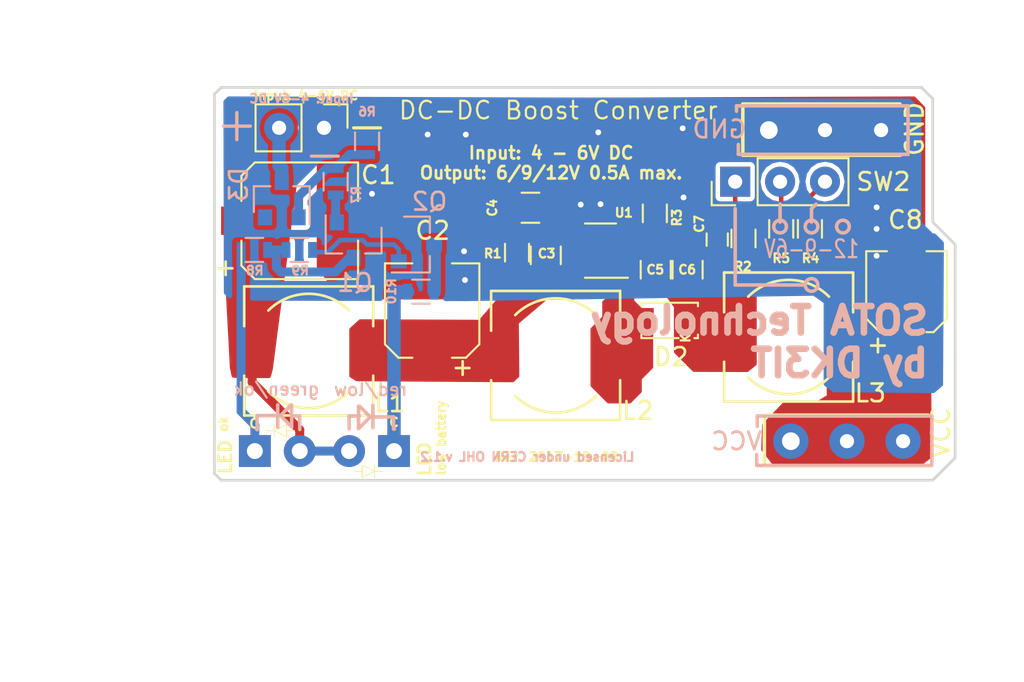
<source format=kicad_pcb>
(kicad_pcb (version 4) (host pcbnew 4.0.6)

  (general
    (links 68)
    (no_connects 0)
    (area 84.328335 65.04 143.398572 103.779001)
    (thickness 1.6)
    (drawings 85)
    (tracks 89)
    (zones 0)
    (modules 52)
    (nets 18)
  )

  (page A4)
  (layers
    (0 F.Cu signal)
    (31 B.Cu signal)
    (32 B.Adhes user)
    (33 F.Adhes user)
    (34 B.Paste user)
    (35 F.Paste user)
    (36 B.SilkS user)
    (37 F.SilkS user)
    (38 B.Mask user)
    (39 F.Mask user)
    (40 Dwgs.User user)
    (41 Cmts.User user)
    (42 Eco1.User user)
    (43 Eco2.User user hide)
    (44 Edge.Cuts user)
    (45 Margin user hide)
    (46 B.CrtYd user hide)
    (47 F.CrtYd user hide)
    (48 B.Fab user)
    (49 F.Fab user hide)
  )

  (setup
    (last_trace_width 0.254)
    (user_trace_width 0.1524)
    (user_trace_width 0.254)
    (user_trace_width 0.508)
    (user_trace_width 0.762)
    (user_trace_width 1.016)
    (user_trace_width 1.27)
    (user_trace_width 1.524)
    (trace_clearance 0.254)
    (zone_clearance 0.1524)
    (zone_45_only yes)
    (trace_min 0.1524)
    (segment_width 0.2)
    (edge_width 0.15)
    (via_size 0.6858)
    (via_drill 0.3302)
    (via_min_size 0.6858)
    (via_min_drill 0.3302)
    (uvia_size 0.762)
    (uvia_drill 0.1)
    (uvias_allowed no)
    (uvia_min_size 0)
    (uvia_min_drill 0)
    (pcb_text_width 0.125)
    (pcb_text_size 0.5 0.5)
    (mod_edge_width 0.15)
    (mod_text_size 1 1)
    (mod_text_width 0.15)
    (pad_size 1.99898 1.99898)
    (pad_drill 1)
    (pad_to_mask_clearance 0.2)
    (aux_axis_origin 0 0)
    (visible_elements FFFEFF7F)
    (pcbplotparams
      (layerselection 0x010f0_80000001)
      (usegerberextensions false)
      (excludeedgelayer true)
      (linewidth 0.100000)
      (plotframeref false)
      (viasonmask false)
      (mode 1)
      (useauxorigin false)
      (hpglpennumber 1)
      (hpglpenspeed 20)
      (hpglpendiameter 15)
      (hpglpenoverlay 2)
      (psnegative false)
      (psa4output false)
      (plotreference true)
      (plotvalue true)
      (plotinvisibletext false)
      (padsonsilk false)
      (subtractmaskfromsilk false)
      (outputformat 1)
      (mirror false)
      (drillshape 0)
      (scaleselection 1)
      (outputdirectory gerber/))
  )

  (net 0 "")
  (net 1 "Net-(C2-Pad1)")
  (net 2 "Net-(C5-Pad1)")
  (net 3 RIG_VCC)
  (net 4 BATT_VCC)
  (net 5 "Net-(D2-Pad2)")
  (net 6 "Net-(LOW1-Pad1)")
  (net 7 "Net-(PWR1-Pad1)")
  (net 8 "Net-(Q1-Pad1)")
  (net 9 "Net-(Q2-Pad1)")
  (net 10 "Net-(Q1-Pad3)")
  (net 11 "Net-(Q2-Pad3)")
  (net 12 BATT_GND)
  (net 13 "Net-(C4-Pad1)")
  (net 14 "Net-(C7-Pad2)")
  (net 15 "Net-(D3-Pad1)")
  (net 16 "Net-(R4-Pad2)")
  (net 17 "Net-(R5-Pad2)")

  (net_class Default "This is the default net class."
    (clearance 0.254)
    (trace_width 0.254)
    (via_dia 0.6858)
    (via_drill 0.3302)
    (uvia_dia 0.762)
    (uvia_drill 0.1)
    (add_net BATT_VCC)
    (add_net "Net-(C4-Pad1)")
    (add_net "Net-(C5-Pad1)")
    (add_net "Net-(C7-Pad2)")
    (add_net "Net-(D3-Pad1)")
    (add_net "Net-(LOW1-Pad1)")
    (add_net "Net-(PWR1-Pad1)")
    (add_net "Net-(Q1-Pad1)")
    (add_net "Net-(Q1-Pad3)")
    (add_net "Net-(Q2-Pad1)")
    (add_net "Net-(Q2-Pad3)")
    (add_net "Net-(R4-Pad2)")
    (add_net "Net-(R5-Pad2)")
    (add_net RIG_VCC)
  )

  (net_class 10mil ""
    (clearance 0.254)
    (trace_width 0.254)
    (via_dia 0.6858)
    (via_drill 0.3302)
    (uvia_dia 0.762)
    (uvia_drill 0.1)
  )

  (net_class 20mil-500mA ""
    (clearance 0.254)
    (trace_width 0.508)
    (via_dia 0.6858)
    (via_drill 0.3302)
    (uvia_dia 0.762)
    (uvia_drill 0.1)
  )

  (net_class 30mil-700mA ""
    (clearance 0.254)
    (trace_width 1.778)
    (via_dia 0.6858)
    (via_drill 0.3302)
    (uvia_dia 0.762)
    (uvia_drill 0.1)
  )

  (net_class 50mil-1A ""
    (clearance 0.254)
    (trace_width 1.27)
    (via_dia 0.6858)
    (via_drill 0.3302)
    (uvia_dia 0.762)
    (uvia_drill 0.1)
  )

  (net_class 6mil ""
    (clearance 0.1524)
    (trace_width 0.1524)
    (via_dia 0.6858)
    (via_drill 0.3302)
    (uvia_dia 0.762)
    (uvia_drill 0.1)
    (add_net BATT_GND)
    (add_net "Net-(C2-Pad1)")
    (add_net "Net-(D2-Pad2)")
  )

  (module mfhepp:via-stitch (layer F.Cu) (tedit 59DBD9FE) (tstamp 59DBF1D6)
    (at 105.4354 75.8698)
    (fp_text reference REF** (at 0 0.5) (layer F.SilkS) hide
      (effects (font (size 0.127 0.127) (thickness 0.03175)))
    )
    (fp_text value via-stitch (at 0 -0.5) (layer F.Fab) hide
      (effects (font (size 0.127 0.127) (thickness 0.03175)))
    )
    (pad 1 thru_hole circle (at 0 0) (size 0.6858 0.6858) (drill 0.3302) (layers *.Cu)
      (net 12 BATT_GND) (zone_connect 2))
  )

  (module mfhepp:via-stitch (layer F.Cu) (tedit 59DBD9FE) (tstamp 59DBF1C3)
    (at 110.6424 79.121)
    (fp_text reference REF** (at 0 0.5) (layer F.SilkS) hide
      (effects (font (size 0.127 0.127) (thickness 0.03175)))
    )
    (fp_text value via-stitch (at 0 -0.5) (layer F.Fab) hide
      (effects (font (size 0.127 0.127) (thickness 0.03175)))
    )
    (pad 1 thru_hole circle (at 0 0) (size 0.6858 0.6858) (drill 0.3302) (layers *.Cu)
      (net 12 BATT_GND) (zone_connect 2))
  )

  (module mfhepp:via-stitch (layer F.Cu) (tedit 59DBD9EB) (tstamp 59DBF084)
    (at 108.585 72.517)
    (fp_text reference REF** (at 0 0.5) (layer F.SilkS) hide
      (effects (font (size 0.127 0.127) (thickness 0.03175)))
    )
    (fp_text value via-stitch (at 0 -0.5) (layer F.Fab) hide
      (effects (font (size 0.127 0.127) (thickness 0.03175)))
    )
    (pad 1 thru_hole circle (at 0 0) (size 0.6858 0.6858) (drill 0.3302) (layers *.Cu)
      (net 12 BATT_GND) (zone_connect 2))
  )

  (module mfhepp:via-stitch (layer F.Cu) (tedit 59DBDA0D) (tstamp 59DBF066)
    (at 133.985 76.6318)
    (fp_text reference REF** (at 0 0.5) (layer F.SilkS) hide
      (effects (font (size 0.127 0.127) (thickness 0.03175)))
    )
    (fp_text value via-stitch (at 0 -0.5) (layer F.Fab) hide
      (effects (font (size 0.127 0.127) (thickness 0.03175)))
    )
    (pad 1 thru_hole circle (at 0 0) (size 0.6858 0.6858) (drill 0.3302) (layers *.Cu)
      (net 12 BATT_GND) (zone_connect 2))
  )

  (module mfhepp:via-stitch (layer F.Cu) (tedit 59DBDA04) (tstamp 59DBF03F)
    (at 117.2464 76.4794)
    (fp_text reference REF** (at 0 0.5) (layer F.SilkS) hide
      (effects (font (size 0.127 0.127) (thickness 0.03175)))
    )
    (fp_text value via-stitch (at 0 -0.5) (layer F.Fab) hide
      (effects (font (size 0.127 0.127) (thickness 0.03175)))
    )
    (pad 1 thru_hole circle (at 0 0) (size 0.6858 0.6858) (drill 0.3302) (layers *.Cu)
      (net 12 BATT_GND) (zone_connect 2))
  )

  (module mfhepp:via-stitch (layer F.Cu) (tedit 59DBD9E4) (tstamp 59DBCCF2)
    (at 118.237 72.39)
    (fp_text reference REF** (at 0 0.5) (layer F.SilkS) hide
      (effects (font (size 0.127 0.127) (thickness 0.03175)))
    )
    (fp_text value via-stitch (at 0 -0.5) (layer F.Fab) hide
      (effects (font (size 0.127 0.127) (thickness 0.03175)))
    )
    (pad 1 thru_hole circle (at 0 0) (size 0.6858 0.6858) (drill 0.3302) (layers *.Cu)
      (net 12 BATT_GND) (zone_connect 2))
  )

  (module mfhepp:via-stitch (layer F.Cu) (tedit 59DBDA08) (tstamp 59DBCCED)
    (at 123.063 76.073)
    (fp_text reference REF** (at 0 0.5) (layer F.SilkS) hide
      (effects (font (size 0.127 0.127) (thickness 0.03175)))
    )
    (fp_text value via-stitch (at 0 -0.5) (layer F.Fab) hide
      (effects (font (size 0.127 0.127) (thickness 0.03175)))
    )
    (pad 1 thru_hole circle (at 0 0) (size 0.6858 0.6858) (drill 0.3302) (layers *.Cu)
      (net 12 BATT_GND) (zone_connect 2))
  )

  (module mfhepp:via-stitch (layer F.Cu) (tedit 59DBDA04) (tstamp 59DBCCE7)
    (at 118.364 76.454)
    (fp_text reference REF** (at 0 0.5) (layer F.SilkS) hide
      (effects (font (size 0.127 0.127) (thickness 0.03175)))
    )
    (fp_text value via-stitch (at 0 -0.5) (layer F.Fab) hide
      (effects (font (size 0.127 0.127) (thickness 0.03175)))
    )
    (pad 1 thru_hole circle (at 0 0) (size 0.6858 0.6858) (drill 0.3302) (layers *.Cu)
      (net 12 BATT_GND) (zone_connect 2))
  )

  (module mfhepp:via-stitch (layer F.Cu) (tedit 59DBD9DF) (tstamp 59DBCCE2)
    (at 123.0122 72.1614)
    (fp_text reference REF** (at 0 0.5) (layer F.SilkS) hide
      (effects (font (size 0.127 0.127) (thickness 0.03175)))
    )
    (fp_text value via-stitch (at 0 -0.5) (layer F.Fab) hide
      (effects (font (size 0.127 0.127) (thickness 0.03175)))
    )
    (pad 1 thru_hole circle (at 0 0) (size 0.6858 0.6858) (drill 0.3302) (layers *.Cu)
      (net 12 BATT_GND) (zone_connect 2))
  )

  (module mfhepp:via-stitch (layer F.Cu) (tedit 59DBDA0D) (tstamp 59DBCCDC)
    (at 133.985 77.851)
    (fp_text reference REF** (at 0 0.5) (layer F.SilkS) hide
      (effects (font (size 0.127 0.127) (thickness 0.03175)))
    )
    (fp_text value via-stitch (at 0 -0.5) (layer F.Fab) hide
      (effects (font (size 0.127 0.127) (thickness 0.03175)))
    )
    (pad 1 thru_hole circle (at 0 0) (size 0.6858 0.6858) (drill 0.3302) (layers *.Cu)
      (net 12 BATT_GND) (zone_connect 2))
  )

  (module TO_SOT_Packages_SMD:TSOT-23-5 (layer F.Cu) (tedit 59DBDB88) (tstamp 59D6B2EB)
    (at 118.364 79.1083 180)
    (descr "5-pin TSOT23 package, http://cds.linear.com/docs/en/packaging/SOT_5_05-08-1635.pdf")
    (tags TSOT-23-5)
    (path /59D3D775)
    (attr smd)
    (fp_text reference U1 (at -1.3208 2.1717 360) (layer F.SilkS)
      (effects (font (size 0.5 0.5) (thickness 0.125)))
    )
    (fp_text value SC4503 (at 0 2.5 180) (layer F.Fab)
      (effects (font (size 1 1) (thickness 0.15)))
    )
    (fp_text user %R (at 0 0 270) (layer F.Fab)
      (effects (font (size 0.5 0.5) (thickness 0.075)))
    )
    (fp_line (start -0.88 1.56) (end 0.88 1.56) (layer F.SilkS) (width 0.12))
    (fp_line (start 0.88 -1.51) (end -1.55 -1.51) (layer F.SilkS) (width 0.12))
    (fp_line (start -0.88 -1) (end -0.43 -1.45) (layer F.Fab) (width 0.1))
    (fp_line (start 0.88 -1.45) (end -0.43 -1.45) (layer F.Fab) (width 0.1))
    (fp_line (start -0.88 -1) (end -0.88 1.45) (layer F.Fab) (width 0.1))
    (fp_line (start 0.88 1.45) (end -0.88 1.45) (layer F.Fab) (width 0.1))
    (fp_line (start 0.88 -1.45) (end 0.88 1.45) (layer F.Fab) (width 0.1))
    (fp_line (start -2.17 -1.7) (end 2.17 -1.7) (layer F.CrtYd) (width 0.05))
    (fp_line (start -2.17 -1.7) (end -2.17 1.7) (layer F.CrtYd) (width 0.05))
    (fp_line (start 2.17 1.7) (end 2.17 -1.7) (layer F.CrtYd) (width 0.05))
    (fp_line (start 2.17 1.7) (end -2.17 1.7) (layer F.CrtYd) (width 0.05))
    (pad 1 smd rect (at -1.31 -0.95 180) (size 1.22 0.65) (layers F.Cu F.Paste F.Mask)
      (net 5 "Net-(D2-Pad2)"))
    (pad 2 smd rect (at -1.31 0 180) (size 1.22 0.65) (layers F.Cu F.Paste F.Mask)
      (net 12 BATT_GND))
    (pad 3 smd rect (at -1.31 0.95 180) (size 1.22 0.65) (layers F.Cu F.Paste F.Mask)
      (net 14 "Net-(C7-Pad2)"))
    (pad 4 smd rect (at 1.31 0.95 180) (size 1.22 0.65) (layers F.Cu F.Paste F.Mask)
      (net 13 "Net-(C4-Pad1)"))
    (pad 5 smd rect (at 1.31 -0.95 180) (size 1.22 0.65) (layers F.Cu F.Paste F.Mask)
      (net 1 "Net-(C2-Pad1)"))
    (model ${KISYS3DMOD}/TO_SOT_Packages_SMD.3dshapes/TSOT-23-5.wrl
      (at (xyz 0 0 0))
      (scale (xyz 1 1 1))
      (rotate (xyz 90 0 0))
    )
  )

  (module Capacitors_SMD:CP_Elec_6.3x5.3 (layer F.Cu) (tedit 59DBCFAF) (tstamp 59D556ED)
    (at 101.346 77.3938)
    (descr "SMT capacitor, aluminium electrolytic, 6.3x5.3")
    (path /59D3EABF)
    (attr smd)
    (fp_text reference C1 (at 4.445 -2.5908) (layer F.SilkS)
      (effects (font (size 1 1) (thickness 0.15)))
    )
    (fp_text value "33u/16V low ESR" (at 0 -4.56) (layer F.Fab)
      (effects (font (size 1 1) (thickness 0.15)))
    )
    (fp_circle (center 0 0) (end 0.6 3) (layer F.Fab) (width 0.1))
    (fp_text user + (at -1.75 -0.08) (layer F.Fab)
      (effects (font (size 1 1) (thickness 0.15)))
    )
    (fp_text user + (at -4.191 2.6162) (layer F.SilkS)
      (effects (font (size 1 1) (thickness 0.15)))
    )
    (fp_text user %R (at 0 4.56) (layer F.Fab)
      (effects (font (size 1 1) (thickness 0.15)))
    )
    (fp_line (start 3.15 3.15) (end 3.15 -3.15) (layer F.Fab) (width 0.1))
    (fp_line (start -2.48 3.15) (end 3.15 3.15) (layer F.Fab) (width 0.1))
    (fp_line (start -3.15 2.48) (end -2.48 3.15) (layer F.Fab) (width 0.1))
    (fp_line (start -3.15 -2.48) (end -3.15 2.48) (layer F.Fab) (width 0.1))
    (fp_line (start -2.48 -3.15) (end -3.15 -2.48) (layer F.Fab) (width 0.1))
    (fp_line (start 3.15 -3.15) (end -2.48 -3.15) (layer F.Fab) (width 0.1))
    (fp_line (start 3.3 3.3) (end 3.3 1.12) (layer F.SilkS) (width 0.12))
    (fp_line (start 3.3 -3.3) (end 3.3 -1.12) (layer F.SilkS) (width 0.12))
    (fp_line (start -3.3 2.54) (end -3.3 1.12) (layer F.SilkS) (width 0.12))
    (fp_line (start -3.3 -2.54) (end -3.3 -1.12) (layer F.SilkS) (width 0.12))
    (fp_line (start 3.3 3.3) (end -2.54 3.3) (layer F.SilkS) (width 0.12))
    (fp_line (start -2.54 3.3) (end -3.3 2.54) (layer F.SilkS) (width 0.12))
    (fp_line (start -3.3 -2.54) (end -2.54 -3.3) (layer F.SilkS) (width 0.12))
    (fp_line (start -2.54 -3.3) (end 3.3 -3.3) (layer F.SilkS) (width 0.12))
    (fp_line (start -4.7 -3.4) (end 4.7 -3.4) (layer F.CrtYd) (width 0.05))
    (fp_line (start -4.7 -3.4) (end -4.7 3.4) (layer F.CrtYd) (width 0.05))
    (fp_line (start 4.7 3.4) (end 4.7 -3.4) (layer F.CrtYd) (width 0.05))
    (fp_line (start 4.7 3.4) (end -4.7 3.4) (layer F.CrtYd) (width 0.05))
    (pad 1 smd rect (at -2.7 0 180) (size 3.5 1.6) (layers F.Cu F.Paste F.Mask)
      (net 4 BATT_VCC))
    (pad 2 smd rect (at 2.7 0 180) (size 3.5 1.6) (layers F.Cu F.Paste F.Mask)
      (net 12 BATT_GND))
    (model Capacitors_SMD.3dshapes/CP_Elec_6.3x5.3.wrl
      (at (xyz 0 0 0))
      (scale (xyz 1 1 1))
      (rotate (xyz 0 0 180))
    )
  )

  (module Capacitors_SMD:CP_Elec_5x5.8 (layer F.Cu) (tedit 59DBDB05) (tstamp 59D55709)
    (at 108.839 82.4738 90)
    (descr "SMT capacitor, aluminium electrolytic, 5x5.8")
    (path /59D3F96F)
    (attr smd)
    (fp_text reference C2 (at 4.5212 0.0254 180) (layer F.SilkS)
      (effects (font (size 1 1) (thickness 0.15)))
    )
    (fp_text value 47u/16V (at 0 -3.92 90) (layer F.Fab)
      (effects (font (size 1 1) (thickness 0.15)))
    )
    (fp_circle (center 0 0) (end 0.1 2.4) (layer F.Fab) (width 0.1))
    (fp_text user + (at -1.38 -0.06 90) (layer F.Fab)
      (effects (font (size 1 1) (thickness 0.15)))
    )
    (fp_text user + (at -3.2512 1.651 90) (layer F.SilkS)
      (effects (font (size 1 1) (thickness 0.15)))
    )
    (fp_text user %R (at 0 3.92 90) (layer F.Fab)
      (effects (font (size 1 1) (thickness 0.15)))
    )
    (fp_line (start 2.51 2.51) (end 2.51 -2.51) (layer F.Fab) (width 0.1))
    (fp_line (start -1.84 2.51) (end 2.51 2.51) (layer F.Fab) (width 0.1))
    (fp_line (start -2.51 1.84) (end -1.84 2.51) (layer F.Fab) (width 0.1))
    (fp_line (start -2.51 -1.84) (end -2.51 1.84) (layer F.Fab) (width 0.1))
    (fp_line (start -1.84 -2.51) (end -2.51 -1.84) (layer F.Fab) (width 0.1))
    (fp_line (start 2.51 -2.51) (end -1.84 -2.51) (layer F.Fab) (width 0.1))
    (fp_line (start 2.67 2.67) (end 2.67 1.12) (layer F.SilkS) (width 0.12))
    (fp_line (start 2.67 -2.67) (end 2.67 -1.12) (layer F.SilkS) (width 0.12))
    (fp_line (start -2.67 1.91) (end -2.67 1.12) (layer F.SilkS) (width 0.12))
    (fp_line (start -2.67 -1.91) (end -2.67 -1.12) (layer F.SilkS) (width 0.12))
    (fp_line (start 2.67 -2.67) (end -1.91 -2.67) (layer F.SilkS) (width 0.12))
    (fp_line (start -1.91 -2.67) (end -2.67 -1.91) (layer F.SilkS) (width 0.12))
    (fp_line (start -2.67 1.91) (end -1.91 2.67) (layer F.SilkS) (width 0.12))
    (fp_line (start -1.91 2.67) (end 2.67 2.67) (layer F.SilkS) (width 0.12))
    (fp_line (start -3.95 -2.77) (end 3.95 -2.77) (layer F.CrtYd) (width 0.05))
    (fp_line (start -3.95 -2.77) (end -3.95 2.76) (layer F.CrtYd) (width 0.05))
    (fp_line (start 3.95 2.76) (end 3.95 -2.77) (layer F.CrtYd) (width 0.05))
    (fp_line (start 3.95 2.76) (end -3.95 2.76) (layer F.CrtYd) (width 0.05))
    (pad 1 smd rect (at -2.2 0 270) (size 3 1.6) (layers F.Cu F.Paste F.Mask)
      (net 1 "Net-(C2-Pad1)"))
    (pad 2 smd rect (at 2.2 0 270) (size 3 1.6) (layers F.Cu F.Paste F.Mask)
      (net 12 BATT_GND))
    (model Capacitors_SMD.3dshapes/CP_Elec_5x5.8.wrl
      (at (xyz 0 0 0))
      (scale (xyz 1 1 1))
      (rotate (xyz 0 0 180))
    )
  )

  (module Capacitors_SMD:C_0805 (layer F.Cu) (tedit 59DBDB73) (tstamp 59D5572B)
    (at 114.4016 76.6572)
    (descr "Capacitor SMD 0805, reflow soldering, AVX (see smccp.pdf)")
    (tags "capacitor 0805")
    (path /59D6B2A0)
    (attr smd)
    (fp_text reference C4 (at -2.159 0 90) (layer F.SilkS)
      (effects (font (size 0.5 0.5) (thickness 0.125)))
    )
    (fp_text value 10u/25V (at 0 1.75) (layer F.Fab)
      (effects (font (size 1 1) (thickness 0.15)))
    )
    (fp_text user %R (at 0 -1.5) (layer F.Fab)
      (effects (font (size 1 1) (thickness 0.15)))
    )
    (fp_line (start -1 0.62) (end -1 -0.62) (layer F.Fab) (width 0.1))
    (fp_line (start 1 0.62) (end -1 0.62) (layer F.Fab) (width 0.1))
    (fp_line (start 1 -0.62) (end 1 0.62) (layer F.Fab) (width 0.1))
    (fp_line (start -1 -0.62) (end 1 -0.62) (layer F.Fab) (width 0.1))
    (fp_line (start 0.5 -0.85) (end -0.5 -0.85) (layer F.SilkS) (width 0.12))
    (fp_line (start -0.5 0.85) (end 0.5 0.85) (layer F.SilkS) (width 0.12))
    (fp_line (start -1.75 -0.88) (end 1.75 -0.88) (layer F.CrtYd) (width 0.05))
    (fp_line (start -1.75 -0.88) (end -1.75 0.87) (layer F.CrtYd) (width 0.05))
    (fp_line (start 1.75 0.87) (end 1.75 -0.88) (layer F.CrtYd) (width 0.05))
    (fp_line (start 1.75 0.87) (end -1.75 0.87) (layer F.CrtYd) (width 0.05))
    (pad 1 smd rect (at -1 0) (size 1 1.25) (layers F.Cu F.Paste F.Mask)
      (net 13 "Net-(C4-Pad1)"))
    (pad 2 smd rect (at 1 0) (size 1 1.25) (layers F.Cu F.Paste F.Mask)
      (net 12 BATT_GND))
    (model Capacitors_SMD.3dshapes/C_0805.wrl
      (at (xyz 0 0 0))
      (scale (xyz 1 1 1))
      (rotate (xyz 0 0 0))
    )
  )

  (module Capacitors_SMD:C_0805 (layer F.Cu) (tedit 59DBDB9B) (tstamp 59D5573C)
    (at 121.4882 80.1624 90)
    (descr "Capacitor SMD 0805, reflow soldering, AVX (see smccp.pdf)")
    (tags "capacitor 0805")
    (path /59D3D796)
    (attr smd)
    (fp_text reference C5 (at 0 -0.0254 180) (layer F.SilkS)
      (effects (font (size 0.5 0.5) (thickness 0.125)))
    )
    (fp_text value 10u/25V (at 0 1.75 90) (layer F.Fab)
      (effects (font (size 1 1) (thickness 0.15)))
    )
    (fp_text user %R (at -0.0254 0.0762 90) (layer F.Fab)
      (effects (font (size 1 1) (thickness 0.15)))
    )
    (fp_line (start -1 0.62) (end -1 -0.62) (layer F.Fab) (width 0.1))
    (fp_line (start 1 0.62) (end -1 0.62) (layer F.Fab) (width 0.1))
    (fp_line (start 1 -0.62) (end 1 0.62) (layer F.Fab) (width 0.1))
    (fp_line (start -1 -0.62) (end 1 -0.62) (layer F.Fab) (width 0.1))
    (fp_line (start 0.5 -0.85) (end -0.5 -0.85) (layer F.SilkS) (width 0.12))
    (fp_line (start -0.5 0.85) (end 0.5 0.85) (layer F.SilkS) (width 0.12))
    (fp_line (start -1.75 -0.88) (end 1.75 -0.88) (layer F.CrtYd) (width 0.05))
    (fp_line (start -1.75 -0.88) (end -1.75 0.87) (layer F.CrtYd) (width 0.05))
    (fp_line (start 1.75 0.87) (end 1.75 -0.88) (layer F.CrtYd) (width 0.05))
    (fp_line (start 1.75 0.87) (end -1.75 0.87) (layer F.CrtYd) (width 0.05))
    (pad 1 smd rect (at -1 0 90) (size 1 1.25) (layers F.Cu F.Paste F.Mask)
      (net 2 "Net-(C5-Pad1)"))
    (pad 2 smd rect (at 1 0 90) (size 1 1.25) (layers F.Cu F.Paste F.Mask)
      (net 12 BATT_GND))
    (model Capacitors_SMD.3dshapes/C_0805.wrl
      (at (xyz 0 0 0))
      (scale (xyz 1 1 1))
      (rotate (xyz 0 0 0))
    )
  )

  (module Choke_SMD:Choke_SMD_7.3x7.3_H4.5 (layer F.Cu) (tedit 59DBDAF9) (tstamp 59D55885)
    (at 101.854 84.7598)
    (descr "Choke, SMD, 7.3x7.3mm 4.5mm height")
    (tags "Choke, SMD")
    (path /59D3EA01)
    (attr smd)
    (fp_text reference L1 (at 4.5974 2.9464 180) (layer F.SilkS)
      (effects (font (size 1 1) (thickness 0.15)))
    )
    (fp_text value 4.7u/2A (at 0 4.445) (layer F.Fab)
      (effects (font (size 1 1) (thickness 0.15)))
    )
    (fp_line (start -4.2 -3.9) (end -4.2 3.9) (layer F.CrtYd) (width 0.05))
    (fp_line (start -4.2 3.9) (end 4.2 3.9) (layer F.CrtYd) (width 0.05))
    (fp_line (start 4.2 3.9) (end 4.2 -3.9) (layer F.CrtYd) (width 0.05))
    (fp_line (start 4.2 -3.9) (end -4.2 -3.9) (layer F.CrtYd) (width 0.05))
    (fp_arc (start 0 0) (end 2.286 2.286) (angle 90) (layer F.SilkS) (width 0.15))
    (fp_arc (start 0 0) (end -2.286 -2.286) (angle 90) (layer F.SilkS) (width 0.15))
    (fp_line (start 3.65 3.65) (end 3.65 1.4) (layer F.SilkS) (width 0.15))
    (fp_line (start 3.65 -3.65) (end 3.65 -1.4) (layer F.SilkS) (width 0.15))
    (fp_line (start -3.65 3.65) (end -3.65 1.4) (layer F.SilkS) (width 0.15))
    (fp_line (start -3.65 -3.65) (end -3.65 -1.4) (layer F.SilkS) (width 0.15))
    (fp_line (start 3.65 3.65) (end -3.65 3.65) (layer F.SilkS) (width 0.15))
    (fp_line (start -3.65 -3.65) (end 3.65 -3.65) (layer F.SilkS) (width 0.15))
    (pad 1 smd rect (at -3.2 0) (size 1.5 2.2) (layers F.Cu F.Paste F.Mask)
      (net 4 BATT_VCC))
    (pad 2 smd rect (at 3.2 0) (size 1.5 2.2) (layers F.Cu F.Paste F.Mask)
      (net 1 "Net-(C2-Pad1)"))
  )

  (module Choke_SMD:Choke_SMD_7.3x7.3_H4.5 (layer F.Cu) (tedit 59DBDAF4) (tstamp 59D55897)
    (at 115.824 85.0138)
    (descr "Choke, SMD, 7.3x7.3mm 4.5mm height")
    (tags "Choke, SMD")
    (path /59D75DC6)
    (attr smd)
    (fp_text reference L2 (at 4.6482 3.1242 180) (layer F.SilkS)
      (effects (font (size 1 1) (thickness 0.15)))
    )
    (fp_text value 4.7u/2A (at 0 4.445) (layer F.Fab)
      (effects (font (size 1 1) (thickness 0.15)))
    )
    (fp_line (start -4.2 -3.9) (end -4.2 3.9) (layer F.CrtYd) (width 0.05))
    (fp_line (start -4.2 3.9) (end 4.2 3.9) (layer F.CrtYd) (width 0.05))
    (fp_line (start 4.2 3.9) (end 4.2 -3.9) (layer F.CrtYd) (width 0.05))
    (fp_line (start 4.2 -3.9) (end -4.2 -3.9) (layer F.CrtYd) (width 0.05))
    (fp_arc (start 0 0) (end 2.286 2.286) (angle 90) (layer F.SilkS) (width 0.15))
    (fp_arc (start 0 0) (end -2.286 -2.286) (angle 90) (layer F.SilkS) (width 0.15))
    (fp_line (start 3.65 3.65) (end 3.65 1.4) (layer F.SilkS) (width 0.15))
    (fp_line (start 3.65 -3.65) (end 3.65 -1.4) (layer F.SilkS) (width 0.15))
    (fp_line (start -3.65 3.65) (end -3.65 1.4) (layer F.SilkS) (width 0.15))
    (fp_line (start -3.65 -3.65) (end -3.65 -1.4) (layer F.SilkS) (width 0.15))
    (fp_line (start 3.65 3.65) (end -3.65 3.65) (layer F.SilkS) (width 0.15))
    (fp_line (start -3.65 -3.65) (end 3.65 -3.65) (layer F.SilkS) (width 0.15))
    (pad 1 smd rect (at -3.2 0) (size 1.5 2.2) (layers F.Cu F.Paste F.Mask)
      (net 1 "Net-(C2-Pad1)"))
    (pad 2 smd rect (at 3.2 0) (size 1.5 2.2) (layers F.Cu F.Paste F.Mask)
      (net 5 "Net-(D2-Pad2)"))
  )

  (module Choke_SMD:Choke_SMD_7.3x7.3_H4.5 (layer F.Cu) (tedit 59DBDAEE) (tstamp 59D558A9)
    (at 129.0066 83.9724)
    (descr "Choke, SMD, 7.3x7.3mm 4.5mm height")
    (tags "Choke, SMD")
    (path /59D40A47)
    (attr smd)
    (fp_text reference L3 (at 4.6228 3.175 180) (layer F.SilkS)
      (effects (font (size 1 1) (thickness 0.15)))
    )
    (fp_text value 4.7u/2A (at -0.7366 3.0226) (layer F.Fab)
      (effects (font (size 1 1) (thickness 0.15)))
    )
    (fp_line (start -4.2 -3.9) (end -4.2 3.9) (layer F.CrtYd) (width 0.05))
    (fp_line (start -4.2 3.9) (end 4.2 3.9) (layer F.CrtYd) (width 0.05))
    (fp_line (start 4.2 3.9) (end 4.2 -3.9) (layer F.CrtYd) (width 0.05))
    (fp_line (start 4.2 -3.9) (end -4.2 -3.9) (layer F.CrtYd) (width 0.05))
    (fp_arc (start 0 0) (end 2.286 2.286) (angle 90) (layer F.SilkS) (width 0.15))
    (fp_arc (start 0 0) (end -2.286 -2.286) (angle 90) (layer F.SilkS) (width 0.15))
    (fp_line (start 3.65 3.65) (end 3.65 1.4) (layer F.SilkS) (width 0.15))
    (fp_line (start 3.65 -3.65) (end 3.65 -1.4) (layer F.SilkS) (width 0.15))
    (fp_line (start -3.65 3.65) (end -3.65 1.4) (layer F.SilkS) (width 0.15))
    (fp_line (start -3.65 -3.65) (end -3.65 -1.4) (layer F.SilkS) (width 0.15))
    (fp_line (start 3.65 3.65) (end -3.65 3.65) (layer F.SilkS) (width 0.15))
    (fp_line (start -3.65 -3.65) (end 3.65 -3.65) (layer F.SilkS) (width 0.15))
    (pad 1 smd rect (at -3.2 0) (size 1.5 2.2) (layers F.Cu F.Paste F.Mask)
      (net 2 "Net-(C5-Pad1)"))
    (pad 2 smd rect (at 3.2 0) (size 1.5 2.2) (layers F.Cu F.Paste F.Mask)
      (net 3 RIG_VCC))
  )

  (module TO_SOT_Packages_SMD:SOT-23 (layer B.Cu) (tedit 59DBE2ED) (tstamp 59D558EA)
    (at 104.394 78.486 270)
    (descr "SOT-23, Standard")
    (tags SOT-23)
    (path /59D58EB7)
    (attr smd)
    (fp_text reference Q1 (at 2.413 -0.0762 360) (layer B.SilkS)
      (effects (font (size 1 1) (thickness 0.15)) (justify mirror))
    )
    (fp_text value BC847 (at 0 -2.5 270) (layer B.Fab)
      (effects (font (size 1 1) (thickness 0.15)) (justify mirror))
    )
    (fp_text user %R (at 0 0 540) (layer B.Fab)
      (effects (font (size 0.5 0.5) (thickness 0.075)) (justify mirror))
    )
    (fp_line (start -0.7 0.95) (end -0.7 -1.5) (layer B.Fab) (width 0.1))
    (fp_line (start -0.15 1.52) (end 0.7 1.52) (layer B.Fab) (width 0.1))
    (fp_line (start -0.7 0.95) (end -0.15 1.52) (layer B.Fab) (width 0.1))
    (fp_line (start 0.7 1.52) (end 0.7 -1.52) (layer B.Fab) (width 0.1))
    (fp_line (start -0.7 -1.52) (end 0.7 -1.52) (layer B.Fab) (width 0.1))
    (fp_line (start 0.76 -1.58) (end 0.76 -0.65) (layer B.SilkS) (width 0.12))
    (fp_line (start 0.76 1.58) (end 0.76 0.65) (layer B.SilkS) (width 0.12))
    (fp_line (start -1.7 1.75) (end 1.7 1.75) (layer B.CrtYd) (width 0.05))
    (fp_line (start 1.7 1.75) (end 1.7 -1.75) (layer B.CrtYd) (width 0.05))
    (fp_line (start 1.7 -1.75) (end -1.7 -1.75) (layer B.CrtYd) (width 0.05))
    (fp_line (start -1.7 -1.75) (end -1.7 1.75) (layer B.CrtYd) (width 0.05))
    (fp_line (start 0.76 1.58) (end -1.4 1.58) (layer B.SilkS) (width 0.12))
    (fp_line (start 0.76 -1.58) (end -0.7 -1.58) (layer B.SilkS) (width 0.12))
    (pad 1 smd rect (at -1 0.95 270) (size 0.9 0.8) (layers B.Cu B.Paste B.Mask)
      (net 8 "Net-(Q1-Pad1)"))
    (pad 2 smd rect (at -1 -0.95 270) (size 0.9 0.8) (layers B.Cu B.Paste B.Mask)
      (net 12 BATT_GND))
    (pad 3 smd rect (at 1 0 270) (size 0.9 0.8) (layers B.Cu B.Paste B.Mask)
      (net 10 "Net-(Q1-Pad3)"))
    (model ${KISYS3DMOD}/TO_SOT_Packages_SMD.3dshapes/SOT-23.wrl
      (at (xyz 0 0 0))
      (scale (xyz 1 1 1))
      (rotate (xyz 0 0 90))
    )
  )

  (module TO_SOT_Packages_SMD:SOT-23 (layer B.Cu) (tedit 59DBE1D5) (tstamp 59D558FF)
    (at 107.95 78.74)
    (descr "SOT-23, Standard")
    (tags SOT-23)
    (path /59D59551)
    (attr smd)
    (fp_text reference Q2 (at 0.7366 -2.4384 180) (layer B.SilkS)
      (effects (font (size 1 1) (thickness 0.15)) (justify mirror))
    )
    (fp_text value BC847 (at 0 -2.5) (layer B.Fab)
      (effects (font (size 1 1) (thickness 0.15)) (justify mirror))
    )
    (fp_text user %R (at 0 0 270) (layer B.Fab)
      (effects (font (size 0.5 0.5) (thickness 0.075)) (justify mirror))
    )
    (fp_line (start -0.7 0.95) (end -0.7 -1.5) (layer B.Fab) (width 0.1))
    (fp_line (start -0.15 1.52) (end 0.7 1.52) (layer B.Fab) (width 0.1))
    (fp_line (start -0.7 0.95) (end -0.15 1.52) (layer B.Fab) (width 0.1))
    (fp_line (start 0.7 1.52) (end 0.7 -1.52) (layer B.Fab) (width 0.1))
    (fp_line (start -0.7 -1.52) (end 0.7 -1.52) (layer B.Fab) (width 0.1))
    (fp_line (start 0.76 -1.58) (end 0.76 -0.65) (layer B.SilkS) (width 0.12))
    (fp_line (start 0.76 1.58) (end 0.76 0.65) (layer B.SilkS) (width 0.12))
    (fp_line (start -1.7 1.75) (end 1.7 1.75) (layer B.CrtYd) (width 0.05))
    (fp_line (start 1.7 1.75) (end 1.7 -1.75) (layer B.CrtYd) (width 0.05))
    (fp_line (start 1.7 -1.75) (end -1.7 -1.75) (layer B.CrtYd) (width 0.05))
    (fp_line (start -1.7 -1.75) (end -1.7 1.75) (layer B.CrtYd) (width 0.05))
    (fp_line (start 0.76 1.58) (end -1.4 1.58) (layer B.SilkS) (width 0.12))
    (fp_line (start 0.76 -1.58) (end -0.7 -1.58) (layer B.SilkS) (width 0.12))
    (pad 1 smd rect (at -1 0.95) (size 0.9 0.8) (layers B.Cu B.Paste B.Mask)
      (net 9 "Net-(Q2-Pad1)"))
    (pad 2 smd rect (at -1 -0.95) (size 0.9 0.8) (layers B.Cu B.Paste B.Mask)
      (net 12 BATT_GND))
    (pad 3 smd rect (at 1 0) (size 0.9 0.8) (layers B.Cu B.Paste B.Mask)
      (net 11 "Net-(Q2-Pad3)"))
    (model ${KISYS3DMOD}/TO_SOT_Packages_SMD.3dshapes/SOT-23.wrl
      (at (xyz 0 0 0))
      (scale (xyz 1 1 1))
      (rotate (xyz 0 0 90))
    )
  )

  (module Resistors_SMD:R_0603 (layer F.Cu) (tedit 59DBD871) (tstamp 59D6B29B)
    (at 113.6396 79.1972 90)
    (descr "Resistor SMD 0603, reflow soldering, Vishay (see dcrcw.pdf)")
    (tags "resistor 0603")
    (path /59D3D777)
    (attr smd)
    (fp_text reference R1 (at -0.0508 -1.3716 180) (layer F.SilkS)
      (effects (font (size 0.5 0.5) (thickness 0.125)))
    )
    (fp_text value 100k (at 0 1.5 90) (layer F.Fab)
      (effects (font (size 1 1) (thickness 0.15)))
    )
    (fp_text user %R (at 0 0 90) (layer F.Fab)
      (effects (font (size 0.4 0.4) (thickness 0.075)))
    )
    (fp_line (start -0.8 0.4) (end -0.8 -0.4) (layer F.Fab) (width 0.1))
    (fp_line (start 0.8 0.4) (end -0.8 0.4) (layer F.Fab) (width 0.1))
    (fp_line (start 0.8 -0.4) (end 0.8 0.4) (layer F.Fab) (width 0.1))
    (fp_line (start -0.8 -0.4) (end 0.8 -0.4) (layer F.Fab) (width 0.1))
    (fp_line (start 0.5 0.68) (end -0.5 0.68) (layer F.SilkS) (width 0.12))
    (fp_line (start -0.5 -0.68) (end 0.5 -0.68) (layer F.SilkS) (width 0.12))
    (fp_line (start -1.25 -0.7) (end 1.25 -0.7) (layer F.CrtYd) (width 0.05))
    (fp_line (start -1.25 -0.7) (end -1.25 0.7) (layer F.CrtYd) (width 0.05))
    (fp_line (start 1.25 0.7) (end 1.25 -0.7) (layer F.CrtYd) (width 0.05))
    (fp_line (start 1.25 0.7) (end -1.25 0.7) (layer F.CrtYd) (width 0.05))
    (pad 1 smd rect (at -0.75 0 90) (size 0.5 0.9) (layers F.Cu F.Paste F.Mask)
      (net 1 "Net-(C2-Pad1)"))
    (pad 2 smd rect (at 0.75 0 90) (size 0.5 0.9) (layers F.Cu F.Paste F.Mask)
      (net 13 "Net-(C4-Pad1)"))
    (model ${KISYS3DMOD}/Resistors_SMD.3dshapes/R_0603.wrl
      (at (xyz 0 0 0))
      (scale (xyz 1 1 1))
      (rotate (xyz 0 0 0))
    )
  )

  (module Resistors_SMD:R_0603 (layer B.Cu) (tedit 59DBE325) (tstamp 59D6B2AB)
    (at 103.378 75.184 90)
    (descr "Resistor SMD 0603, reflow soldering, Vishay (see dcrcw.pdf)")
    (tags "resistor 0603")
    (path /59D75CEC)
    (attr smd)
    (fp_text reference R7 (at -0.7366 1.1684 270) (layer B.SilkS)
      (effects (font (size 0.5 0.5) (thickness 0.125)) (justify mirror))
    )
    (fp_text value 10k (at 0 -1.5 90) (layer B.Fab)
      (effects (font (size 1 1) (thickness 0.15)) (justify mirror))
    )
    (fp_text user %R (at 0 0 90) (layer B.Fab)
      (effects (font (size 0.4 0.4) (thickness 0.075)) (justify mirror))
    )
    (fp_line (start -0.8 -0.4) (end -0.8 0.4) (layer B.Fab) (width 0.1))
    (fp_line (start 0.8 -0.4) (end -0.8 -0.4) (layer B.Fab) (width 0.1))
    (fp_line (start 0.8 0.4) (end 0.8 -0.4) (layer B.Fab) (width 0.1))
    (fp_line (start -0.8 0.4) (end 0.8 0.4) (layer B.Fab) (width 0.1))
    (fp_line (start 0.5 -0.68) (end -0.5 -0.68) (layer B.SilkS) (width 0.12))
    (fp_line (start -0.5 0.68) (end 0.5 0.68) (layer B.SilkS) (width 0.12))
    (fp_line (start -1.25 0.7) (end 1.25 0.7) (layer B.CrtYd) (width 0.05))
    (fp_line (start -1.25 0.7) (end -1.25 -0.7) (layer B.CrtYd) (width 0.05))
    (fp_line (start 1.25 -0.7) (end 1.25 0.7) (layer B.CrtYd) (width 0.05))
    (fp_line (start 1.25 -0.7) (end -1.25 -0.7) (layer B.CrtYd) (width 0.05))
    (pad 1 smd rect (at -0.75 0 90) (size 0.5 0.9) (layers B.Cu B.Paste B.Mask)
      (net 8 "Net-(Q1-Pad1)"))
    (pad 2 smd rect (at 0.75 0 90) (size 0.5 0.9) (layers B.Cu B.Paste B.Mask)
      (net 15 "Net-(D3-Pad1)"))
    (model ${KISYS3DMOD}/Resistors_SMD.3dshapes/R_0603.wrl
      (at (xyz 0 0 0))
      (scale (xyz 1 1 1))
      (rotate (xyz 0 0 0))
    )
  )

  (module Resistors_SMD:R_0603 (layer B.Cu) (tedit 59DBE2D0) (tstamp 59D6B2BB)
    (at 98.7806 79.0448 180)
    (descr "Resistor SMD 0603, reflow soldering, Vishay (see dcrcw.pdf)")
    (tags "resistor 0603")
    (path /59D76D66)
    (attr smd)
    (fp_text reference R8 (at -0.0254 -1.1684 180) (layer B.SilkS)
      (effects (font (size 0.5 0.5) (thickness 0.125)) (justify mirror))
    )
    (fp_text value 220 (at 0 -1.5 180) (layer B.Fab)
      (effects (font (size 1 1) (thickness 0.15)) (justify mirror))
    )
    (fp_text user %R (at 0 0 180) (layer B.Fab)
      (effects (font (size 0.4 0.4) (thickness 0.075)) (justify mirror))
    )
    (fp_line (start -0.8 -0.4) (end -0.8 0.4) (layer B.Fab) (width 0.1))
    (fp_line (start 0.8 -0.4) (end -0.8 -0.4) (layer B.Fab) (width 0.1))
    (fp_line (start 0.8 0.4) (end 0.8 -0.4) (layer B.Fab) (width 0.1))
    (fp_line (start -0.8 0.4) (end 0.8 0.4) (layer B.Fab) (width 0.1))
    (fp_line (start 0.5 -0.68) (end -0.5 -0.68) (layer B.SilkS) (width 0.12))
    (fp_line (start -0.5 0.68) (end 0.5 0.68) (layer B.SilkS) (width 0.12))
    (fp_line (start -1.25 0.7) (end 1.25 0.7) (layer B.CrtYd) (width 0.05))
    (fp_line (start -1.25 0.7) (end -1.25 -0.7) (layer B.CrtYd) (width 0.05))
    (fp_line (start 1.25 -0.7) (end 1.25 0.7) (layer B.CrtYd) (width 0.05))
    (fp_line (start 1.25 -0.7) (end -1.25 -0.7) (layer B.CrtYd) (width 0.05))
    (pad 1 smd rect (at -0.75 0 180) (size 0.5 0.9) (layers B.Cu B.Paste B.Mask)
      (net 10 "Net-(Q1-Pad3)"))
    (pad 2 smd rect (at 0.75 0 180) (size 0.5 0.9) (layers B.Cu B.Paste B.Mask)
      (net 7 "Net-(PWR1-Pad1)"))
    (model ${KISYS3DMOD}/Resistors_SMD.3dshapes/R_0603.wrl
      (at (xyz 0 0 0))
      (scale (xyz 1 1 1))
      (rotate (xyz 0 0 0))
    )
  )

  (module Resistors_SMD:R_0603 (layer B.Cu) (tedit 59DBE2C1) (tstamp 59D6B2CB)
    (at 108.204 81.407 180)
    (descr "Resistor SMD 0603, reflow soldering, Vishay (see dcrcw.pdf)")
    (tags "resistor 0603")
    (path /59D78729)
    (attr smd)
    (fp_text reference R10 (at 1.6764 0.0254 270) (layer B.SilkS)
      (effects (font (size 0.5 0.5) (thickness 0.125)) (justify mirror))
    )
    (fp_text value 220 (at 0 -1.5 180) (layer B.Fab)
      (effects (font (size 1 1) (thickness 0.15)) (justify mirror))
    )
    (fp_text user %R (at 0 0 180) (layer B.Fab)
      (effects (font (size 0.4 0.4) (thickness 0.075)) (justify mirror))
    )
    (fp_line (start -0.8 -0.4) (end -0.8 0.4) (layer B.Fab) (width 0.1))
    (fp_line (start 0.8 -0.4) (end -0.8 -0.4) (layer B.Fab) (width 0.1))
    (fp_line (start 0.8 0.4) (end 0.8 -0.4) (layer B.Fab) (width 0.1))
    (fp_line (start -0.8 0.4) (end 0.8 0.4) (layer B.Fab) (width 0.1))
    (fp_line (start 0.5 -0.68) (end -0.5 -0.68) (layer B.SilkS) (width 0.12))
    (fp_line (start -0.5 0.68) (end 0.5 0.68) (layer B.SilkS) (width 0.12))
    (fp_line (start -1.25 0.7) (end 1.25 0.7) (layer B.CrtYd) (width 0.05))
    (fp_line (start -1.25 0.7) (end -1.25 -0.7) (layer B.CrtYd) (width 0.05))
    (fp_line (start 1.25 -0.7) (end 1.25 0.7) (layer B.CrtYd) (width 0.05))
    (fp_line (start 1.25 -0.7) (end -1.25 -0.7) (layer B.CrtYd) (width 0.05))
    (pad 1 smd rect (at -0.75 0 180) (size 0.5 0.9) (layers B.Cu B.Paste B.Mask)
      (net 11 "Net-(Q2-Pad3)"))
    (pad 2 smd rect (at 0.75 0 180) (size 0.5 0.9) (layers B.Cu B.Paste B.Mask)
      (net 6 "Net-(LOW1-Pad1)"))
    (model ${KISYS3DMOD}/Resistors_SMD.3dshapes/R_0603.wrl
      (at (xyz 0 0 0))
      (scale (xyz 1 1 1))
      (rotate (xyz 0 0 0))
    )
  )

  (module Capacitors_SMD:C_0805 (layer F.Cu) (tedit 59DBD857) (tstamp 59D7767C)
    (at 115.2652 79.3496 90)
    (descr "Capacitor SMD 0805, reflow soldering, AVX (see smccp.pdf)")
    (tags "capacitor 0805")
    (path /59D6B1D8)
    (attr smd)
    (fp_text reference C3 (at 0.1016 0.0508 180) (layer F.SilkS)
      (effects (font (size 0.5 0.5) (thickness 0.125)))
    )
    (fp_text value 10u/25V (at 0 1.75 90) (layer F.Fab)
      (effects (font (size 1 1) (thickness 0.15)))
    )
    (fp_text user %R (at -0.0254 0.0762 90) (layer F.Fab)
      (effects (font (size 1 1) (thickness 0.15)))
    )
    (fp_line (start -1 0.62) (end -1 -0.62) (layer F.Fab) (width 0.1))
    (fp_line (start 1 0.62) (end -1 0.62) (layer F.Fab) (width 0.1))
    (fp_line (start 1 -0.62) (end 1 0.62) (layer F.Fab) (width 0.1))
    (fp_line (start -1 -0.62) (end 1 -0.62) (layer F.Fab) (width 0.1))
    (fp_line (start 0.5 -0.85) (end -0.5 -0.85) (layer F.SilkS) (width 0.12))
    (fp_line (start -0.5 0.85) (end 0.5 0.85) (layer F.SilkS) (width 0.12))
    (fp_line (start -1.75 -0.88) (end 1.75 -0.88) (layer F.CrtYd) (width 0.05))
    (fp_line (start -1.75 -0.88) (end -1.75 0.87) (layer F.CrtYd) (width 0.05))
    (fp_line (start 1.75 0.87) (end 1.75 -0.88) (layer F.CrtYd) (width 0.05))
    (fp_line (start 1.75 0.87) (end -1.75 0.87) (layer F.CrtYd) (width 0.05))
    (pad 1 smd rect (at -1 0 90) (size 1 1.25) (layers F.Cu F.Paste F.Mask)
      (net 1 "Net-(C2-Pad1)"))
    (pad 2 smd rect (at 1 0 90) (size 1 1.25) (layers F.Cu F.Paste F.Mask)
      (net 12 BATT_GND))
    (model Capacitors_SMD.3dshapes/C_0805.wrl
      (at (xyz 0 0 0))
      (scale (xyz 1 1 1))
      (rotate (xyz 0 0 0))
    )
  )

  (module Capacitors_SMD:C_0805 (layer F.Cu) (tedit 59DBDBB4) (tstamp 59D7767D)
    (at 123.2916 80.1624 90)
    (descr "Capacitor SMD 0805, reflow soldering, AVX (see smccp.pdf)")
    (tags "capacitor 0805")
    (path /59D6AFAA)
    (attr smd)
    (fp_text reference C6 (at 0 -0.0254 180) (layer F.SilkS)
      (effects (font (size 0.5 0.5) (thickness 0.125)))
    )
    (fp_text value 10u/25V (at 0 1.75 90) (layer F.Fab)
      (effects (font (size 1 1) (thickness 0.15)))
    )
    (fp_text user %R (at 0 0.0508 90) (layer F.Fab)
      (effects (font (size 1 1) (thickness 0.15)))
    )
    (fp_line (start -1 0.62) (end -1 -0.62) (layer F.Fab) (width 0.1))
    (fp_line (start 1 0.62) (end -1 0.62) (layer F.Fab) (width 0.1))
    (fp_line (start 1 -0.62) (end 1 0.62) (layer F.Fab) (width 0.1))
    (fp_line (start -1 -0.62) (end 1 -0.62) (layer F.Fab) (width 0.1))
    (fp_line (start 0.5 -0.85) (end -0.5 -0.85) (layer F.SilkS) (width 0.12))
    (fp_line (start -0.5 0.85) (end 0.5 0.85) (layer F.SilkS) (width 0.12))
    (fp_line (start -1.75 -0.88) (end 1.75 -0.88) (layer F.CrtYd) (width 0.05))
    (fp_line (start -1.75 -0.88) (end -1.75 0.87) (layer F.CrtYd) (width 0.05))
    (fp_line (start 1.75 0.87) (end 1.75 -0.88) (layer F.CrtYd) (width 0.05))
    (fp_line (start 1.75 0.87) (end -1.75 0.87) (layer F.CrtYd) (width 0.05))
    (pad 1 smd rect (at -1 0 90) (size 1 1.25) (layers F.Cu F.Paste F.Mask)
      (net 2 "Net-(C5-Pad1)"))
    (pad 2 smd rect (at 1 0 90) (size 1 1.25) (layers F.Cu F.Paste F.Mask)
      (net 12 BATT_GND))
    (model Capacitors_SMD.3dshapes/C_0805.wrl
      (at (xyz 0 0 0))
      (scale (xyz 1 1 1))
      (rotate (xyz 0 0 0))
    )
  )

  (module Capacitors_SMD:C_0603 (layer F.Cu) (tedit 59DBDB34) (tstamp 59D7768D)
    (at 124.968 78.4606 90)
    (descr "Capacitor SMD 0603, reflow soldering, AVX (see smccp.pdf)")
    (tags "capacitor 0603")
    (path /59D3D770)
    (attr smd)
    (fp_text reference C7 (at 0.889 -1.016 270) (layer F.SilkS)
      (effects (font (size 0.5 0.5) (thickness 0.125)))
    )
    (fp_text value 15p (at 0 1.5 90) (layer F.Fab)
      (effects (font (size 1 1) (thickness 0.15)))
    )
    (fp_line (start 1.4 0.65) (end -1.4 0.65) (layer F.CrtYd) (width 0.05))
    (fp_line (start 1.4 0.65) (end 1.4 -0.65) (layer F.CrtYd) (width 0.05))
    (fp_line (start -1.4 -0.65) (end -1.4 0.65) (layer F.CrtYd) (width 0.05))
    (fp_line (start -1.4 -0.65) (end 1.4 -0.65) (layer F.CrtYd) (width 0.05))
    (fp_line (start 0.35 0.6) (end -0.35 0.6) (layer F.SilkS) (width 0.12))
    (fp_line (start -0.35 -0.6) (end 0.35 -0.6) (layer F.SilkS) (width 0.12))
    (fp_line (start -0.8 -0.4) (end 0.8 -0.4) (layer F.Fab) (width 0.1))
    (fp_line (start 0.8 -0.4) (end 0.8 0.4) (layer F.Fab) (width 0.1))
    (fp_line (start 0.8 0.4) (end -0.8 0.4) (layer F.Fab) (width 0.1))
    (fp_line (start -0.8 0.4) (end -0.8 -0.4) (layer F.Fab) (width 0.1))
    (fp_text user %R (at 0 0 180) (layer F.Fab)
      (effects (font (size 0.3 0.3) (thickness 0.075)))
    )
    (pad 2 smd rect (at 0.75 0 90) (size 0.8 0.75) (layers F.Cu F.Paste F.Mask)
      (net 14 "Net-(C7-Pad2)"))
    (pad 1 smd rect (at -0.75 0 90) (size 0.8 0.75) (layers F.Cu F.Paste F.Mask)
      (net 2 "Net-(C5-Pad1)"))
    (model Capacitors_SMD.3dshapes/C_0603.wrl
      (at (xyz 0 0 0))
      (scale (xyz 1 1 1))
      (rotate (xyz 0 0 0))
    )
  )

  (module Capacitors_SMD:CP_Elec_4x5.8 (layer F.Cu) (tedit 59DBDB0F) (tstamp 59D7769D)
    (at 135.6868 81.407 90)
    (descr "SMT capacitor, aluminium electrolytic, 4x5.8")
    (path /59D5015D)
    (attr smd)
    (fp_text reference C8 (at 4.064 -0.0762 180) (layer F.SilkS)
      (effects (font (size 1 1) (thickness 0.15)))
    )
    (fp_text value 10u/25V (at 0 -3.54 90) (layer F.Fab)
      (effects (font (size 1 1) (thickness 0.15)))
    )
    (fp_circle (center 0 0) (end 0 2) (layer F.Fab) (width 0.1))
    (fp_text user + (at -1.12 -0.06 90) (layer F.Fab)
      (effects (font (size 1 1) (thickness 0.15)))
    )
    (fp_text user + (at -3.048 -1.7018 90) (layer F.SilkS)
      (effects (font (size 1 1) (thickness 0.15)))
    )
    (fp_text user %R (at -4.191 0.2032 180) (layer F.Fab)
      (effects (font (size 1 1) (thickness 0.15)))
    )
    (fp_line (start 2.13 2.13) (end 2.13 -2.13) (layer F.Fab) (width 0.1))
    (fp_line (start -1.46 2.13) (end 2.13 2.13) (layer F.Fab) (width 0.1))
    (fp_line (start -2.13 1.46) (end -1.46 2.13) (layer F.Fab) (width 0.1))
    (fp_line (start -2.13 -1.46) (end -2.13 1.46) (layer F.Fab) (width 0.1))
    (fp_line (start -1.46 -2.13) (end -2.13 -1.46) (layer F.Fab) (width 0.1))
    (fp_line (start 2.13 -2.13) (end -1.46 -2.13) (layer F.Fab) (width 0.1))
    (fp_line (start -2.29 1.52) (end -2.29 1.12) (layer F.SilkS) (width 0.12))
    (fp_line (start 2.29 2.29) (end 2.29 1.12) (layer F.SilkS) (width 0.12))
    (fp_line (start 2.29 -2.29) (end 2.29 -1.12) (layer F.SilkS) (width 0.12))
    (fp_line (start -2.29 -1.52) (end -2.29 -1.12) (layer F.SilkS) (width 0.12))
    (fp_line (start -1.52 2.29) (end 2.29 2.29) (layer F.SilkS) (width 0.12))
    (fp_line (start -1.52 2.29) (end -2.29 1.52) (layer F.SilkS) (width 0.12))
    (fp_line (start -1.52 -2.29) (end 2.29 -2.29) (layer F.SilkS) (width 0.12))
    (fp_line (start -1.52 -2.29) (end -2.29 -1.52) (layer F.SilkS) (width 0.12))
    (fp_line (start -3.35 -2.39) (end 3.35 -2.39) (layer F.CrtYd) (width 0.05))
    (fp_line (start -3.35 -2.39) (end -3.35 2.38) (layer F.CrtYd) (width 0.05))
    (fp_line (start 3.35 2.38) (end 3.35 -2.39) (layer F.CrtYd) (width 0.05))
    (fp_line (start 3.35 2.38) (end -3.35 2.38) (layer F.CrtYd) (width 0.05))
    (pad 1 smd rect (at -1.8 0 270) (size 2.6 1.6) (layers F.Cu F.Paste F.Mask)
      (net 3 RIG_VCC))
    (pad 2 smd rect (at 1.8 0 270) (size 2.6 1.6) (layers F.Cu F.Paste F.Mask)
      (net 12 BATT_GND))
    (model Capacitors_SMD.3dshapes/CP_Elec_4x5.8.wrl
      (at (xyz 0 0 0))
      (scale (xyz 1 1 1))
      (rotate (xyz 0 0 180))
    )
  )

  (module TO_SOT_Packages_SMD:SOT-23 (layer B.Cu) (tedit 59DBE2FF) (tstamp 59D776BB)
    (at 100.33 76.2 90)
    (descr "SOT-23, Standard")
    (tags SOT-23)
    (path /59D5A04E)
    (attr smd)
    (fp_text reference D3 (at 0.8636 -2.4384 270) (layer B.SilkS)
      (effects (font (size 1 1) (thickness 0.15)) (justify mirror))
    )
    (fp_text value BZX84-3.9V (at 0 -2.5 90) (layer B.Fab)
      (effects (font (size 1 1) (thickness 0.15)) (justify mirror))
    )
    (fp_text user %R (at 0 0 360) (layer B.Fab)
      (effects (font (size 0.5 0.5) (thickness 0.075)) (justify mirror))
    )
    (fp_line (start -0.7 0.95) (end -0.7 -1.5) (layer B.Fab) (width 0.1))
    (fp_line (start -0.15 1.52) (end 0.7 1.52) (layer B.Fab) (width 0.1))
    (fp_line (start -0.7 0.95) (end -0.15 1.52) (layer B.Fab) (width 0.1))
    (fp_line (start 0.7 1.52) (end 0.7 -1.52) (layer B.Fab) (width 0.1))
    (fp_line (start -0.7 -1.52) (end 0.7 -1.52) (layer B.Fab) (width 0.1))
    (fp_line (start 0.76 -1.58) (end 0.76 -0.65) (layer B.SilkS) (width 0.12))
    (fp_line (start 0.76 1.58) (end 0.76 0.65) (layer B.SilkS) (width 0.12))
    (fp_line (start -1.7 1.75) (end 1.7 1.75) (layer B.CrtYd) (width 0.05))
    (fp_line (start 1.7 1.75) (end 1.7 -1.75) (layer B.CrtYd) (width 0.05))
    (fp_line (start 1.7 -1.75) (end -1.7 -1.75) (layer B.CrtYd) (width 0.05))
    (fp_line (start -1.7 -1.75) (end -1.7 1.75) (layer B.CrtYd) (width 0.05))
    (fp_line (start 0.76 1.58) (end -1.4 1.58) (layer B.SilkS) (width 0.12))
    (fp_line (start 0.76 -1.58) (end -0.7 -1.58) (layer B.SilkS) (width 0.12))
    (pad 1 smd rect (at -1 0.95 90) (size 0.9 0.8) (layers B.Cu B.Paste B.Mask)
      (net 15 "Net-(D3-Pad1)"))
    (pad 2 smd rect (at -1 -0.95 90) (size 0.9 0.8) (layers B.Cu B.Paste B.Mask))
    (pad 3 smd rect (at 1 0 90) (size 0.9 0.8) (layers B.Cu B.Paste B.Mask)
      (net 4 BATT_VCC))
    (model ${KISYS3DMOD}/TO_SOT_Packages_SMD.3dshapes/SOT-23.wrl
      (at (xyz 0 0 0))
      (scale (xyz 1 1 1))
      (rotate (xyz 0 0 90))
    )
  )

  (module Resistors_SMD:R_0603 (layer F.Cu) (tedit 59DBDB4A) (tstamp 59D776E4)
    (at 126.4539 78.3971 90)
    (descr "Resistor SMD 0603, reflow soldering, Vishay (see dcrcw.pdf)")
    (tags "resistor 0603")
    (path /59D3D771)
    (attr smd)
    (fp_text reference R2 (at -1.5875 -0.0381 360) (layer F.SilkS)
      (effects (font (size 0.5 0.5) (thickness 0.125)))
    )
    (fp_text value 430k (at 0 1.5 90) (layer F.Fab)
      (effects (font (size 1 1) (thickness 0.15)))
    )
    (fp_text user %R (at 0 0 90) (layer F.Fab)
      (effects (font (size 0.4 0.4) (thickness 0.075)))
    )
    (fp_line (start -0.8 0.4) (end -0.8 -0.4) (layer F.Fab) (width 0.1))
    (fp_line (start 0.8 0.4) (end -0.8 0.4) (layer F.Fab) (width 0.1))
    (fp_line (start 0.8 -0.4) (end 0.8 0.4) (layer F.Fab) (width 0.1))
    (fp_line (start -0.8 -0.4) (end 0.8 -0.4) (layer F.Fab) (width 0.1))
    (fp_line (start 0.5 0.68) (end -0.5 0.68) (layer F.SilkS) (width 0.12))
    (fp_line (start -0.5 -0.68) (end 0.5 -0.68) (layer F.SilkS) (width 0.12))
    (fp_line (start -1.25 -0.7) (end 1.25 -0.7) (layer F.CrtYd) (width 0.05))
    (fp_line (start -1.25 -0.7) (end -1.25 0.7) (layer F.CrtYd) (width 0.05))
    (fp_line (start 1.25 0.7) (end 1.25 -0.7) (layer F.CrtYd) (width 0.05))
    (fp_line (start 1.25 0.7) (end -1.25 0.7) (layer F.CrtYd) (width 0.05))
    (pad 1 smd rect (at -0.75 0 90) (size 0.5 0.9) (layers F.Cu F.Paste F.Mask)
      (net 2 "Net-(C5-Pad1)"))
    (pad 2 smd rect (at 0.75 0 90) (size 0.5 0.9) (layers F.Cu F.Paste F.Mask)
      (net 14 "Net-(C7-Pad2)"))
    (model ${KISYS3DMOD}/Resistors_SMD.3dshapes/R_0603.wrl
      (at (xyz 0 0 0))
      (scale (xyz 1 1 1))
      (rotate (xyz 0 0 0))
    )
  )

  (module Resistors_SMD:R_0603 (layer F.Cu) (tedit 59DBE7CF) (tstamp 59D776F4)
    (at 121.4374 76.9747 90)
    (descr "Resistor SMD 0603, reflow soldering, Vishay (see dcrcw.pdf)")
    (tags "resistor 0603")
    (path /59D54DA6)
    (attr smd)
    (fp_text reference R3 (at -0.2413 1.2446 270) (layer F.SilkS)
      (effects (font (size 0.5 0.5) (thickness 0.125)))
    )
    (fp_text value 51k (at 0 1.5 90) (layer F.Fab)
      (effects (font (size 1 1) (thickness 0.15)))
    )
    (fp_text user %R (at 0 0 90) (layer F.Fab)
      (effects (font (size 0.4 0.4) (thickness 0.075)))
    )
    (fp_line (start -0.8 0.4) (end -0.8 -0.4) (layer F.Fab) (width 0.1))
    (fp_line (start 0.8 0.4) (end -0.8 0.4) (layer F.Fab) (width 0.1))
    (fp_line (start 0.8 -0.4) (end 0.8 0.4) (layer F.Fab) (width 0.1))
    (fp_line (start -0.8 -0.4) (end 0.8 -0.4) (layer F.Fab) (width 0.1))
    (fp_line (start 0.5 0.68) (end -0.5 0.68) (layer F.SilkS) (width 0.12))
    (fp_line (start -0.5 -0.68) (end 0.5 -0.68) (layer F.SilkS) (width 0.12))
    (fp_line (start -1.25 -0.7) (end 1.25 -0.7) (layer F.CrtYd) (width 0.05))
    (fp_line (start -1.25 -0.7) (end -1.25 0.7) (layer F.CrtYd) (width 0.05))
    (fp_line (start 1.25 0.7) (end 1.25 -0.7) (layer F.CrtYd) (width 0.05))
    (fp_line (start 1.25 0.7) (end -1.25 0.7) (layer F.CrtYd) (width 0.05))
    (pad 1 smd rect (at -0.75 0 90) (size 0.5 0.9) (layers F.Cu F.Paste F.Mask)
      (net 14 "Net-(C7-Pad2)"))
    (pad 2 smd rect (at 0.75 0 90) (size 0.5 0.9) (layers F.Cu F.Paste F.Mask)
      (net 12 BATT_GND))
    (model ${KISYS3DMOD}/Resistors_SMD.3dshapes/R_0603.wrl
      (at (xyz 0 0 0))
      (scale (xyz 1 1 1))
      (rotate (xyz 0 0 0))
    )
  )

  (module Resistors_SMD:R_0603 (layer F.Cu) (tedit 59DBD8B6) (tstamp 59D77704)
    (at 130.2131 77.851 90)
    (descr "Resistor SMD 0603, reflow soldering, Vishay (see dcrcw.pdf)")
    (tags "resistor 0603")
    (path /59D3D773)
    (attr smd)
    (fp_text reference R4 (at -1.6637 0.0381 180) (layer F.SilkS)
      (effects (font (size 0.5 0.5) (thickness 0.125)))
    )
    (fp_text value 360k (at 0 1.5 90) (layer F.Fab)
      (effects (font (size 1 1) (thickness 0.15)))
    )
    (fp_text user %R (at 0 0 90) (layer F.Fab)
      (effects (font (size 0.4 0.4) (thickness 0.075)))
    )
    (fp_line (start -0.8 0.4) (end -0.8 -0.4) (layer F.Fab) (width 0.1))
    (fp_line (start 0.8 0.4) (end -0.8 0.4) (layer F.Fab) (width 0.1))
    (fp_line (start 0.8 -0.4) (end 0.8 0.4) (layer F.Fab) (width 0.1))
    (fp_line (start -0.8 -0.4) (end 0.8 -0.4) (layer F.Fab) (width 0.1))
    (fp_line (start 0.5 0.68) (end -0.5 0.68) (layer F.SilkS) (width 0.12))
    (fp_line (start -0.5 -0.68) (end 0.5 -0.68) (layer F.SilkS) (width 0.12))
    (fp_line (start -1.25 -0.7) (end 1.25 -0.7) (layer F.CrtYd) (width 0.05))
    (fp_line (start -1.25 -0.7) (end -1.25 0.7) (layer F.CrtYd) (width 0.05))
    (fp_line (start 1.25 0.7) (end 1.25 -0.7) (layer F.CrtYd) (width 0.05))
    (fp_line (start 1.25 0.7) (end -1.25 0.7) (layer F.CrtYd) (width 0.05))
    (pad 1 smd rect (at -0.75 0 90) (size 0.5 0.9) (layers F.Cu F.Paste F.Mask)
      (net 2 "Net-(C5-Pad1)"))
    (pad 2 smd rect (at 0.75 0 90) (size 0.5 0.9) (layers F.Cu F.Paste F.Mask)
      (net 16 "Net-(R4-Pad2)"))
    (model ${KISYS3DMOD}/Resistors_SMD.3dshapes/R_0603.wrl
      (at (xyz 0 0 0))
      (scale (xyz 1 1 1))
      (rotate (xyz 0 0 0))
    )
  )

  (module Resistors_SMD:R_0603 (layer F.Cu) (tedit 59DBD8B1) (tstamp 59D77714)
    (at 128.5875 77.851 90)
    (descr "Resistor SMD 0603, reflow soldering, Vishay (see dcrcw.pdf)")
    (tags "resistor 0603")
    (path /59D3D77A)
    (attr smd)
    (fp_text reference R5 (at -1.6637 0 180) (layer F.SilkS)
      (effects (font (size 0.5 0.5) (thickness 0.125)))
    )
    (fp_text value 1.2M (at 0 1.5 90) (layer F.Fab)
      (effects (font (size 1 1) (thickness 0.15)))
    )
    (fp_text user %R (at 0 0 90) (layer F.Fab)
      (effects (font (size 0.4 0.4) (thickness 0.075)))
    )
    (fp_line (start -0.8 0.4) (end -0.8 -0.4) (layer F.Fab) (width 0.1))
    (fp_line (start 0.8 0.4) (end -0.8 0.4) (layer F.Fab) (width 0.1))
    (fp_line (start 0.8 -0.4) (end 0.8 0.4) (layer F.Fab) (width 0.1))
    (fp_line (start -0.8 -0.4) (end 0.8 -0.4) (layer F.Fab) (width 0.1))
    (fp_line (start 0.5 0.68) (end -0.5 0.68) (layer F.SilkS) (width 0.12))
    (fp_line (start -0.5 -0.68) (end 0.5 -0.68) (layer F.SilkS) (width 0.12))
    (fp_line (start -1.25 -0.7) (end 1.25 -0.7) (layer F.CrtYd) (width 0.05))
    (fp_line (start -1.25 -0.7) (end -1.25 0.7) (layer F.CrtYd) (width 0.05))
    (fp_line (start 1.25 0.7) (end 1.25 -0.7) (layer F.CrtYd) (width 0.05))
    (fp_line (start 1.25 0.7) (end -1.25 0.7) (layer F.CrtYd) (width 0.05))
    (pad 1 smd rect (at -0.75 0 90) (size 0.5 0.9) (layers F.Cu F.Paste F.Mask)
      (net 2 "Net-(C5-Pad1)"))
    (pad 2 smd rect (at 0.75 0 90) (size 0.5 0.9) (layers F.Cu F.Paste F.Mask)
      (net 17 "Net-(R5-Pad2)"))
    (model ${KISYS3DMOD}/Resistors_SMD.3dshapes/R_0603.wrl
      (at (xyz 0 0 0))
      (scale (xyz 1 1 1))
      (rotate (xyz 0 0 0))
    )
  )

  (module Resistors_SMD:R_0603 (layer B.Cu) (tedit 59DBE313) (tstamp 59D77734)
    (at 105.156 72.898 270)
    (descr "Resistor SMD 0603, reflow soldering, Vishay (see dcrcw.pdf)")
    (tags "resistor 0603")
    (path /59D779FF)
    (attr smd)
    (fp_text reference R6 (at -1.6764 0 360) (layer B.SilkS)
      (effects (font (size 0.5 0.5) (thickness 0.125)) (justify mirror))
    )
    (fp_text value 1k (at 0 -1.5 270) (layer B.Fab)
      (effects (font (size 1 1) (thickness 0.15)) (justify mirror))
    )
    (fp_text user %R (at 0 0 270) (layer B.Fab)
      (effects (font (size 0.4 0.4) (thickness 0.075)) (justify mirror))
    )
    (fp_line (start -0.8 -0.4) (end -0.8 0.4) (layer B.Fab) (width 0.1))
    (fp_line (start 0.8 -0.4) (end -0.8 -0.4) (layer B.Fab) (width 0.1))
    (fp_line (start 0.8 0.4) (end 0.8 -0.4) (layer B.Fab) (width 0.1))
    (fp_line (start -0.8 0.4) (end 0.8 0.4) (layer B.Fab) (width 0.1))
    (fp_line (start 0.5 -0.68) (end -0.5 -0.68) (layer B.SilkS) (width 0.12))
    (fp_line (start -0.5 0.68) (end 0.5 0.68) (layer B.SilkS) (width 0.12))
    (fp_line (start -1.25 0.7) (end 1.25 0.7) (layer B.CrtYd) (width 0.05))
    (fp_line (start -1.25 0.7) (end -1.25 -0.7) (layer B.CrtYd) (width 0.05))
    (fp_line (start 1.25 -0.7) (end 1.25 0.7) (layer B.CrtYd) (width 0.05))
    (fp_line (start 1.25 -0.7) (end -1.25 -0.7) (layer B.CrtYd) (width 0.05))
    (pad 1 smd rect (at -0.75 0 270) (size 0.5 0.9) (layers B.Cu B.Paste B.Mask)
      (net 12 BATT_GND))
    (pad 2 smd rect (at 0.75 0 270) (size 0.5 0.9) (layers B.Cu B.Paste B.Mask)
      (net 15 "Net-(D3-Pad1)"))
    (model ${KISYS3DMOD}/Resistors_SMD.3dshapes/R_0603.wrl
      (at (xyz 0 0 0))
      (scale (xyz 1 1 1))
      (rotate (xyz 0 0 0))
    )
  )

  (module Resistors_SMD:R_0603 (layer B.Cu) (tedit 59DBE2DF) (tstamp 59D77735)
    (at 101.3206 79.0448 180)
    (descr "Resistor SMD 0603, reflow soldering, Vishay (see dcrcw.pdf)")
    (tags "resistor 0603")
    (path /59D76479)
    (attr smd)
    (fp_text reference R9 (at -0.0508 -1.1684 180) (layer B.SilkS)
      (effects (font (size 0.5 0.5) (thickness 0.125)) (justify mirror))
    )
    (fp_text value 47k (at 0 -1.5 180) (layer B.Fab)
      (effects (font (size 1 1) (thickness 0.15)) (justify mirror))
    )
    (fp_text user %R (at 0 0 180) (layer B.Fab)
      (effects (font (size 0.4 0.4) (thickness 0.075)) (justify mirror))
    )
    (fp_line (start -0.8 -0.4) (end -0.8 0.4) (layer B.Fab) (width 0.1))
    (fp_line (start 0.8 -0.4) (end -0.8 -0.4) (layer B.Fab) (width 0.1))
    (fp_line (start 0.8 0.4) (end 0.8 -0.4) (layer B.Fab) (width 0.1))
    (fp_line (start -0.8 0.4) (end 0.8 0.4) (layer B.Fab) (width 0.1))
    (fp_line (start 0.5 -0.68) (end -0.5 -0.68) (layer B.SilkS) (width 0.12))
    (fp_line (start -0.5 0.68) (end 0.5 0.68) (layer B.SilkS) (width 0.12))
    (fp_line (start -1.25 0.7) (end 1.25 0.7) (layer B.CrtYd) (width 0.05))
    (fp_line (start -1.25 0.7) (end -1.25 -0.7) (layer B.CrtYd) (width 0.05))
    (fp_line (start 1.25 -0.7) (end 1.25 0.7) (layer B.CrtYd) (width 0.05))
    (fp_line (start 1.25 -0.7) (end -1.25 -0.7) (layer B.CrtYd) (width 0.05))
    (pad 1 smd rect (at -0.75 0 180) (size 0.5 0.9) (layers B.Cu B.Paste B.Mask)
      (net 9 "Net-(Q2-Pad1)"))
    (pad 2 smd rect (at 0.75 0 180) (size 0.5 0.9) (layers B.Cu B.Paste B.Mask)
      (net 10 "Net-(Q1-Pad3)"))
    (model ${KISYS3DMOD}/Resistors_SMD.3dshapes/R_0603.wrl
      (at (xyz 0 0 0))
      (scale (xyz 1 1 1))
      (rotate (xyz 0 0 0))
    )
  )

  (module mfhepp:Generic_2-Pin_Connector_0.8mm (layer F.Cu) (tedit 59DBDD23) (tstamp 59D793FC)
    (at 102.7176 72.136 270)
    (descr "Through hole straight pin header, 1x02, 2.54mm pitch, single row")
    (tags "Through hole pin header THT 1x02 2.54mm single row")
    (path /59D3D79F)
    (fp_text reference J1 (at -3.8862 -2.0574 270) (layer F.SilkS) hide
      (effects (font (size 1 1) (thickness 0.15)))
    )
    (fp_text value DC_JACK (at 0 4.87 270) (layer F.Fab)
      (effects (font (size 1 1) (thickness 0.15)))
    )
    (fp_line (start -0.635 -1.27) (end 1.27 -1.27) (layer F.Fab) (width 0.1))
    (fp_line (start 1.27 -1.27) (end 1.27 3.81) (layer F.Fab) (width 0.1))
    (fp_line (start 1.27 3.81) (end -1.27 3.81) (layer F.Fab) (width 0.1))
    (fp_line (start -1.27 3.81) (end -1.27 -0.635) (layer F.Fab) (width 0.1))
    (fp_line (start -1.27 -0.635) (end -0.635 -1.27) (layer F.Fab) (width 0.1))
    (fp_line (start -1.33 3.87) (end 1.33 3.87) (layer F.SilkS) (width 0.12))
    (fp_line (start -1.33 1.27) (end -1.33 3.87) (layer F.SilkS) (width 0.12))
    (fp_line (start 1.33 1.27) (end 1.33 3.87) (layer F.SilkS) (width 0.12))
    (fp_line (start -1.33 1.27) (end 1.33 1.27) (layer F.SilkS) (width 0.12))
    (fp_line (start -1.33 0) (end -1.33 -1.33) (layer F.SilkS) (width 0.12))
    (fp_line (start -1.33 -1.33) (end 0 -1.33) (layer F.SilkS) (width 0.12))
    (fp_line (start -1.8 -1.8) (end -1.8 4.35) (layer F.CrtYd) (width 0.05))
    (fp_line (start -1.8 4.35) (end 1.8 4.35) (layer F.CrtYd) (width 0.05))
    (fp_line (start 1.8 4.35) (end 1.8 -1.8) (layer F.CrtYd) (width 0.05))
    (fp_line (start 1.8 -1.8) (end -1.8 -1.8) (layer F.CrtYd) (width 0.05))
    (fp_text user %R (at 0 1.27 360) (layer F.Fab)
      (effects (font (size 1 1) (thickness 0.15)))
    )
    (pad 1 thru_hole rect (at 0 0 270) (size 1.7 1.7) (drill 0.8) (layers *.Cu *.Mask)
      (net 12 BATT_GND))
    (pad 2 thru_hole oval (at 0 2.54 270) (size 1.7 1.7) (drill 0.8) (layers *.Cu *.Mask)
      (net 4 BATT_VCC))
  )

  (module mfhepp:D_SubSMA (layer F.Cu) (tedit 59DBDB57) (tstamp 59D7F0D4)
    (at 122.3772 83.0326 180)
    (descr "Diode SMA (DO-214AC)")
    (tags "Diode SMA (DO-214AC)")
    (path /59D3D76F)
    (attr smd)
    (fp_text reference D2 (at 0.0254 -2.0574 180) (layer F.SilkS)
      (effects (font (size 1 1) (thickness 0.15)))
    )
    (fp_text value SS14L (at 0 2 180) (layer F.Fab)
      (effects (font (size 1 1) (thickness 0.15)))
    )
    (fp_line (start 1.6 -0.9) (end 1.6 0.9) (layer F.Fab) (width 0.05))
    (fp_line (start -1.5 0.9) (end 1.6 0.9) (layer F.Fab) (width 0.05))
    (fp_line (start -1.5 -0.9) (end -1.5 0.9) (layer F.Fab) (width 0.05))
    (fp_line (start -1.5 0.9) (end -1.5 -0.9) (layer F.Fab) (width 0.05))
    (fp_line (start 1.6 -0.9) (end -1.5 -0.9) (layer F.Fab) (width 0.05))
    (fp_line (start -1.5 -0.9) (end 1.6 -0.9) (layer F.Fab) (width 0.05))
    (fp_line (start -1.5 -0.9) (end 1.6 -0.9) (layer F.Fab) (width 0.05))
    (fp_line (start 1.6 -0.9) (end 1.6 0.9) (layer F.Fab) (width 0.05))
    (fp_line (start 1.6 0.9) (end 1.6 -0.9) (layer F.Fab) (width 0.05))
    (fp_line (start -1.5 -0.9) (end -1.5 0.9) (layer F.Fab) (width 0.05))
    (fp_line (start -1.5 0.9) (end -1.5 -0.9) (layer F.Fab) (width 0.05))
    (fp_line (start -1.3 -1) (end -1.5 -1) (layer F.SilkS) (width 0.12))
    (fp_line (start 1.7 -1) (end -0.4 -1) (layer F.SilkS) (width 0.12))
    (fp_text user K (at -0.8 -1 270) (layer F.SilkS)
      (effects (font (size 0.51 0.5) (thickness 0.125)))
    )
    (fp_line (start -0.2 0) (end -1.5 0) (layer F.Fab) (width 0.05))
    (fp_line (start -0.2 -0.7) (end -0.2 0.7) (layer F.Fab) (width 0.05))
    (fp_line (start -0.2 0) (end 0.7 0.7) (layer F.Fab) (width 0.05))
    (fp_line (start 0.7 -0.7) (end -0.2 0) (layer F.Fab) (width 0.05))
    (fp_line (start 0.7 0.7) (end 0.7 -0.7) (layer F.Fab) (width 0.05))
    (fp_line (start 0.7 0) (end 0.9 0) (layer F.Fab) (width 0.05))
    (fp_line (start 0.9 0) (end 0.7 0) (layer F.Fab) (width 0.05))
    (fp_line (start 1.6 0) (end 0.9 0) (layer F.Fab) (width 0.05))
    (fp_line (start 0.9 0) (end 1.6 0) (layer F.Fab) (width 0.05))
    (fp_line (start 2.3 -1.2) (end 2.3 1.1) (layer F.CrtYd) (width 0.05))
    (fp_line (start -2.2 1.1) (end -2.2 -1.2) (layer F.CrtYd) (width 0.05))
    (fp_line (start 2.3 1.1) (end -2.2 1.1) (layer F.CrtYd) (width 0.05))
    (fp_line (start 2.3 -1.2) (end 2.3 1.1) (layer F.CrtYd) (width 0.05))
    (fp_line (start -2.2 -1.2) (end 2.3 -1.2) (layer F.CrtYd) (width 0.05))
    (fp_line (start 2.3 -1.2) (end -2.2 -1.2) (layer F.CrtYd) (width 0.05))
    (fp_line (start 1.7 1) (end 1.7 0.8) (layer F.SilkS) (width 0.12))
    (fp_line (start -1.5 1) (end -1.5 0.8) (layer F.SilkS) (width 0.12))
    (fp_line (start 1.7 -1) (end 1.7 -0.8) (layer F.SilkS) (width 0.12))
    (fp_line (start -1.5 -1) (end -1.5 -0.8) (layer F.SilkS) (width 0.12))
    (fp_line (start 1.7 1) (end -1.5 1) (layer F.SilkS) (width 0.12))
    (fp_text user %R (at 0 -1.9 180) (layer F.Fab)
      (effects (font (size 1 1) (thickness 0.15)))
    )
    (pad 1 smd rect (at -1.5 0 180) (size 1.2 1.4) (layers F.Cu F.Paste F.Mask)
      (net 2 "Net-(C5-Pad1)"))
    (pad 2 smd rect (at 1.6 0 180) (size 1.2 1.4) (layers F.Cu F.Paste F.Mask)
      (net 5 "Net-(D2-Pad2)"))
    (model ${KISYS3DMOD}/Diodes_SMD.3dshapes/D_SMA.wrl
      (at (xyz 0 0 0))
      (scale (xyz 1 1 1))
      (rotate (xyz 0 0 0))
    )
  )

  (module mfhepp:SW2-3pins (layer F.Cu) (tedit 59DBD567) (tstamp 59D7F50E)
    (at 125.984 75.184 90)
    (descr "Through hole straight pin header, 1x03, 2.54mm pitch, single row")
    (tags "Through hole pin header THT 1x03 2.54mm single row")
    (path /59DBB973)
    (fp_text reference SW2 (at 0 8.382 180) (layer F.SilkS)
      (effects (font (size 1 1) (thickness 0.15)))
    )
    (fp_text value PWR_LEVEL (at 0 7.41 90) (layer F.Fab)
      (effects (font (size 1 1) (thickness 0.15)))
    )
    (fp_line (start -0.635 -1.27) (end 1.27 -1.27) (layer F.Fab) (width 0.1))
    (fp_line (start 1.27 -1.27) (end 1.27 6.35) (layer F.Fab) (width 0.1))
    (fp_line (start 1.27 6.35) (end -1.27 6.35) (layer F.Fab) (width 0.1))
    (fp_line (start -1.27 6.35) (end -1.27 -0.635) (layer F.Fab) (width 0.1))
    (fp_line (start -1.27 -0.635) (end -0.635 -1.27) (layer F.Fab) (width 0.1))
    (fp_line (start -1.33 6.41) (end 1.33 6.41) (layer F.SilkS) (width 0.12))
    (fp_line (start -1.33 1.27) (end -1.33 6.41) (layer F.SilkS) (width 0.12))
    (fp_line (start 1.33 1.27) (end 1.33 6.41) (layer F.SilkS) (width 0.12))
    (fp_line (start -1.33 1.27) (end 1.33 1.27) (layer F.SilkS) (width 0.12))
    (fp_line (start -1.33 0) (end -1.33 -1.33) (layer F.SilkS) (width 0.12))
    (fp_line (start -1.33 -1.33) (end 0 -1.33) (layer F.SilkS) (width 0.12))
    (fp_line (start -1.8 -1.8) (end -1.8 6.85) (layer F.CrtYd) (width 0.05))
    (fp_line (start -1.8 6.85) (end 1.8 6.85) (layer F.CrtYd) (width 0.05))
    (fp_line (start 1.8 6.85) (end 1.8 -1.8) (layer F.CrtYd) (width 0.05))
    (fp_line (start 1.8 -1.8) (end -1.8 -1.8) (layer F.CrtYd) (width 0.05))
    (fp_text user %R (at 0 2.54 180) (layer F.Fab)
      (effects (font (size 1 1) (thickness 0.15)))
    )
    (pad 1 thru_hole rect (at 0 0 90) (size 1.7 1.7) (drill 0.8) (layers *.Cu *.Mask)
      (net 14 "Net-(C7-Pad2)"))
    (pad 2 thru_hole oval (at 0 2.54 90) (size 1.7 1.7) (drill 0.8) (layers *.Cu *.Mask)
      (net 17 "Net-(R5-Pad2)"))
    (pad 3 thru_hole oval (at 0 5.08 90) (size 1.7 1.7) (drill 0.8) (layers *.Cu *.Mask)
      (net 16 "Net-(R4-Pad2)"))
  )

  (module Wire_Pads:SolderWirePad_3x_0-8mmDrill (layer F.Cu) (tedit 59DBECBC) (tstamp 59D7FA3B)
    (at 132.3086 89.8652)
    (path /59D7EE06)
    (fp_text reference J2 (at -5.9436 -0.3302) (layer F.SilkS) hide
      (effects (font (size 1 1) (thickness 0.15)))
    )
    (fp_text value RIG_VCC (at 0 2.54) (layer F.Fab)
      (effects (font (size 1 1) (thickness 0.15)))
    )
    (pad 1 thru_hole circle (at -3.175 0) (size 1.99898 1.99898) (drill 1) (layers *.Cu *.Mask)
      (net 3 RIG_VCC))
    (pad 1 thru_hole circle (at 0 0) (size 1.99898 1.99898) (drill 0.8001) (layers *.Cu *.Mask)
      (net 3 RIG_VCC))
    (pad 1 thru_hole circle (at 3.175 0) (size 1.99898 1.99898) (drill 0.8001) (layers *.Cu *.Mask)
      (net 3 RIG_VCC))
  )

  (module Wire_Pads:SolderWirePad_3x_0-8mmDrill (layer F.Cu) (tedit 59DBECB0) (tstamp 59D7FA41)
    (at 131.064 72.263)
    (path /59D7EF45)
    (fp_text reference J3 (at 5.08 0.127 90) (layer F.SilkS) hide
      (effects (font (size 1 1) (thickness 0.15)))
    )
    (fp_text value RIG_GND (at 0 2.54) (layer F.Fab)
      (effects (font (size 1 1) (thickness 0.15)))
    )
    (pad 1 thru_hole circle (at -3.175 0) (size 1.99898 1.99898) (drill 1) (layers *.Cu *.Mask)
      (net 12 BATT_GND))
    (pad 1 thru_hole circle (at 0 0) (size 1.99898 1.99898) (drill 0.8001) (layers *.Cu *.Mask)
      (net 12 BATT_GND))
    (pad 1 thru_hole circle (at 3.175 0) (size 1.99898 1.99898) (drill 0.8001) (layers *.Cu *.Mask)
      (net 12 BATT_GND))
  )

  (module mfhepp:not_on_board (layer F.Cu) (tedit 59774772) (tstamp 59DBBD05)
    (at 117.475 102.150001)
    (path /59D3EC54)
    (fp_text reference BT1 (at 0 0.5) (layer F.SilkS) hide
      (effects (font (size 1 1) (thickness 0.15)))
    )
    (fp_text value "4.8V 4-cell NiMH Battery" (at 0 -1.27) (layer F.Fab) hide
      (effects (font (size 1 1) (thickness 0.15)))
    )
  )

  (module mfhepp:not_on_board (layer F.Cu) (tedit 59774772) (tstamp 59DBBD09)
    (at 117.475 102.150001)
    (path /59D3D7AB)
    (fp_text reference CHARGE1 (at 0 0.5) (layer F.SilkS) hide
      (effects (font (size 1 1) (thickness 0.15)))
    )
    (fp_text value 2.5MM (at 0 -1.27) (layer F.Fab) hide
      (effects (font (size 1 1) (thickness 0.15)))
    )
  )

  (module mfhepp:not_on_board (layer F.Cu) (tedit 59774772) (tstamp 59DBBD0D)
    (at 117.475 102.150001)
    (path /59D43139)
    (fp_text reference D1 (at 0 0.5) (layer F.SilkS) hide
      (effects (font (size 1 1) (thickness 0.15)))
    )
    (fp_text value 1N5822 (at 0 -1.27) (layer F.Fab) hide
      (effects (font (size 1 1) (thickness 0.15)))
    )
  )

  (module mfhepp:not_on_board (layer F.Cu) (tedit 59774772) (tstamp 59DBBD11)
    (at 117.475 102.150001)
    (path /59D3D795)
    (fp_text reference EXT_BATTERY1 (at 0 0.5) (layer F.SilkS) hide
      (effects (font (size 1 1) (thickness 0.15)))
    )
    (fp_text value 2.1MM (at 0 -1.27) (layer F.Fab) hide
      (effects (font (size 1 1) (thickness 0.15)))
    )
  )

  (module mfhepp:not_on_board (layer F.Cu) (tedit 59774772) (tstamp 59DBBD15)
    (at 117.475 102.150001)
    (path /59D3D79B)
    (fp_text reference F1 (at 0 0.5) (layer F.SilkS) hide
      (effects (font (size 1 1) (thickness 0.15)))
    )
    (fp_text value "Polyfuse 1.85/3A" (at 0 -1.27) (layer F.Fab) hide
      (effects (font (size 1 1) (thickness 0.15)))
    )
  )

  (module mfhepp:not_on_board (layer F.Cu) (tedit 59774772) (tstamp 59DBBD19)
    (at 117.475 102.150001)
    (path /59D3D774)
    (fp_text reference SW1 (at 0 0.5) (layer F.SilkS) hide
      (effects (font (size 1 1) (thickness 0.15)))
    )
    (fp_text value ON (at 0 -1.27) (layer F.Fab) hide
      (effects (font (size 1 1) (thickness 0.15)))
    )
  )

  (module mfhepp:via-stitch (layer F.Cu) (tedit 59DBDA15) (tstamp 59DBCCD5)
    (at 133.985 79.375)
    (fp_text reference REF** (at 0 0.5) (layer F.SilkS) hide
      (effects (font (size 0.127 0.127) (thickness 0.03175)))
    )
    (fp_text value via-stitch (at 0 -0.5) (layer F.Fab) hide
      (effects (font (size 0.127 0.127) (thickness 0.03175)))
    )
    (pad 1 thru_hole circle (at 0 0) (size 0.6858 0.6858) (drill 0.3302) (layers *.Cu)
      (net 12 BATT_GND) (zone_connect 2))
  )

  (module mfhepp:via-stitch (layer F.Cu) (tedit 59DBD9FE) (tstamp 59DBCCFA)
    (at 110.6932 80.7466)
    (fp_text reference REF** (at 0 0.5) (layer F.SilkS) hide
      (effects (font (size 0.127 0.127) (thickness 0.03175)))
    )
    (fp_text value via-stitch (at 0 -0.5) (layer F.Fab) hide
      (effects (font (size 0.127 0.127) (thickness 0.03175)))
    )
    (pad 1 thru_hole circle (at 0 0) (size 0.6858 0.6858) (drill 0.3302) (layers *.Cu)
      (net 12 BATT_GND) (zone_connect 2))
  )

  (module mfhepp:via-stitch (layer F.Cu) (tedit 59DBD9EB) (tstamp 59DBCD04)
    (at 110.744 72.517)
    (fp_text reference REF** (at 0 0.5) (layer F.SilkS) hide
      (effects (font (size 0.127 0.127) (thickness 0.03175)))
    )
    (fp_text value via-stitch (at 0 -0.5) (layer F.Fab) hide
      (effects (font (size 0.127 0.127) (thickness 0.03175)))
    )
    (pad 1 thru_hole circle (at 0 0) (size 0.6858 0.6858) (drill 0.3302) (layers *.Cu)
      (net 12 BATT_GND) (zone_connect 2))
  )

  (module lib_fr:LED_D3.0mm-external (layer F.Cu) (tedit 59DBE0DF) (tstamp 59D7944D)
    (at 98.806 90.424)
    (descr "LED, diameter 3.0mm, 2 pins")
    (tags "LED diameter 3.0mm 2 pins")
    (path /59D3D77E)
    (fp_text reference PWR1 (at -1.905 0.254 90) (layer F.SilkS) hide
      (effects (font (size 1 1) (thickness 0.15)))
    )
    (fp_text value green (at 4.45 -0.05 90) (layer F.Fab)
      (effects (font (size 1 1) (thickness 0.15)))
    )
    (fp_text user LED (at -1.6764 0.3302 90) (layer F.SilkS)
      (effects (font (size 0.7 0.7) (thickness 0.15)))
    )
    (fp_line (start 1.1 -1.15) (end 1.8 -0.8) (layer F.SilkS) (width 0.05))
    (fp_line (start 1.8 -1.5) (end 1.1 -1.15) (layer F.SilkS) (width 0.05))
    (fp_line (start 1.8 -1.15) (end 2.25 -1.15) (layer F.SilkS) (width 0.05))
    (fp_line (start 1.8 -1.2) (end 1.8 -1.5) (layer F.SilkS) (width 0.05))
    (fp_line (start 1.8 -1.5) (end 1.8 -1.2) (layer F.SilkS) (width 0.05))
    (fp_line (start 1.1 -1.15) (end 0.6 -1.15) (layer F.SilkS) (width 0.05))
    (fp_line (start 1.1 -1.5) (end 1.1 -0.8) (layer F.SilkS) (width 0.05))
    (fp_line (start 1.8 -1.2) (end 1.8 -0.8) (layer F.SilkS) (width 0.05))
    (fp_line (start 1.8 -0.8) (end 1.8 -1.2) (layer F.SilkS) (width 0.05))
    (fp_line (start 1.8 -1.2) (end 1.8 -0.8) (layer F.SilkS) (width 0.05))
    (fp_line (start 1.8 -1.2) (end 1.8 -0.8) (layer F.SilkS) (width 0.05))
    (fp_text user C (at -0.05 -1.55) (layer F.SilkS)
      (effects (font (size 0.5 0.5) (thickness 0.125)))
    )
    (fp_line (start -1.15 -2.25) (end -1.15 2.25) (layer F.CrtYd) (width 0.05))
    (fp_line (start -1.15 2.25) (end 3.7 2.25) (layer F.CrtYd) (width 0.05))
    (fp_line (start 3.7 2.25) (end 3.7 -2.25) (layer F.CrtYd) (width 0.05))
    (fp_line (start 3.7 -2.25) (end -1.15 -2.25) (layer F.CrtYd) (width 0.05))
    (pad 1 thru_hole rect (at 0 0) (size 1.8 1.8) (drill 0.9) (layers *.Cu *.Mask)
      (net 7 "Net-(PWR1-Pad1)"))
    (pad 2 thru_hole circle (at 2.54 0) (size 1.8 1.8) (drill 0.9) (layers *.Cu *.Mask)
      (net 4 BATT_VCC))
    (model ${KISYS3DMOD}/LEDs.3dshapes/LED_D3.0mm.wrl
      (at (xyz 0 0 0))
      (scale (xyz 0.393701 0.393701 0.393701))
      (rotate (xyz 0 0 0))
    )
  )

  (module lib_fr:LED_D3.0mm-external (layer F.Cu) (tedit 59DBE0D8) (tstamp 59D7943B)
    (at 106.68 90.424 180)
    (descr "LED, diameter 3.0mm, 2 pins")
    (tags "LED diameter 3.0mm 2 pins")
    (path /59D3D77F)
    (fp_text reference LOW1 (at -1.905 0.254 270) (layer F.SilkS) hide
      (effects (font (size 1 1) (thickness 0.15)))
    )
    (fp_text value red (at 4.45 -0.05 270) (layer F.Fab)
      (effects (font (size 1 1) (thickness 0.15)))
    )
    (fp_text user LED (at -1.7272 -0.4572 270) (layer F.SilkS)
      (effects (font (size 0.7 0.7) (thickness 0.15)))
    )
    (fp_line (start 1.1 -1.15) (end 1.8 -0.8) (layer F.SilkS) (width 0.05))
    (fp_line (start 1.8 -1.5) (end 1.1 -1.15) (layer F.SilkS) (width 0.05))
    (fp_line (start 1.8 -1.15) (end 2.25 -1.15) (layer F.SilkS) (width 0.05))
    (fp_line (start 1.8 -1.2) (end 1.8 -1.5) (layer F.SilkS) (width 0.05))
    (fp_line (start 1.8 -1.5) (end 1.8 -1.2) (layer F.SilkS) (width 0.05))
    (fp_line (start 1.1 -1.15) (end 0.6 -1.15) (layer F.SilkS) (width 0.05))
    (fp_line (start 1.1 -1.5) (end 1.1 -0.8) (layer F.SilkS) (width 0.05))
    (fp_line (start 1.8 -1.2) (end 1.8 -0.8) (layer F.SilkS) (width 0.05))
    (fp_line (start 1.8 -0.8) (end 1.8 -1.2) (layer F.SilkS) (width 0.05))
    (fp_line (start 1.8 -1.2) (end 1.8 -0.8) (layer F.SilkS) (width 0.05))
    (fp_line (start 1.8 -1.2) (end 1.8 -0.8) (layer F.SilkS) (width 0.05))
    (fp_text user C (at 0 1.6256 180) (layer F.SilkS)
      (effects (font (size 0.5 0.5) (thickness 0.125)))
    )
    (fp_line (start -1.15 -2.25) (end -1.15 2.25) (layer F.CrtYd) (width 0.05))
    (fp_line (start -1.15 2.25) (end 3.7 2.25) (layer F.CrtYd) (width 0.05))
    (fp_line (start 3.7 2.25) (end 3.7 -2.25) (layer F.CrtYd) (width 0.05))
    (fp_line (start 3.7 -2.25) (end -1.15 -2.25) (layer F.CrtYd) (width 0.05))
    (pad 1 thru_hole rect (at 0 0 180) (size 1.8 1.8) (drill 0.9) (layers *.Cu *.Mask)
      (net 6 "Net-(LOW1-Pad1)"))
    (pad 2 thru_hole circle (at 2.54 0 180) (size 1.8 1.8) (drill 0.9) (layers *.Cu *.Mask)
      (net 4 BATT_VCC))
    (model ${KISYS3DMOD}/LEDs.3dshapes/LED_D3.0mm.wrl
      (at (xyz 0 0 0))
      (scale (xyz 0.393701 0.393701 0.393701))
      (rotate (xyz 0 0 0))
    )
  )

  (module Mounting_Holes:MountingHole_2.2mm_M2 (layer F.Cu) (tedit 59DBE49E) (tstamp 59DBE6B4)
    (at 122.682 89.408)
    (descr "Mounting Hole 2.2mm, no annular, M2")
    (tags "mounting hole 2.2mm no annular m2")
    (attr virtual)
    (fp_text reference REF** (at 0 -3.2) (layer F.SilkS) hide
      (effects (font (size 1 1) (thickness 0.15)))
    )
    (fp_text value MountingHole_2.2mm_M2 (at 0 3.2) (layer F.Fab)
      (effects (font (size 1 1) (thickness 0.15)))
    )
    (fp_text user %R (at 0.3 0) (layer F.Fab) hide
      (effects (font (size 1 1) (thickness 0.15)))
    )
    (fp_circle (center 0 0) (end 2.2 0) (layer Cmts.User) (width 0.15))
    (fp_circle (center 0 0) (end 2.45 0) (layer F.CrtYd) (width 0.05))
    (pad 1 np_thru_hole circle (at 0 0) (size 2.2 2.2) (drill 2.2) (layers *.Cu *.Mask))
  )

  (dimension 2.667121 (width 0.125) (layer Dwgs.User)
    (gr_text "2.667 mm" (at 141.0716 90.8812 89.45434241) (layer Dwgs.User)
      (effects (font (size 0.5 0.5) (thickness 0.125)))
    )
    (feature1 (pts (xy 122.682 92.075) (xy 140.513129 92.24482)))
    (feature2 (pts (xy 122.7074 89.408) (xy 140.538529 89.57782)))
    (crossbar (pts (xy 139.538574 89.568297) (xy 139.513174 92.235297)))
    (arrow1a (pts (xy 139.513174 92.235297) (xy 138.937508 91.10326)))
    (arrow1b (pts (xy 139.513174 92.235297) (xy 140.110296 91.114429)))
    (arrow2a (pts (xy 139.538574 89.568297) (xy 138.941452 90.689165)))
    (arrow2b (pts (xy 139.538574 89.568297) (xy 140.11424 90.700334)))
  )
  (dimension 15.748 (width 0.125) (layer Dwgs.User)
    (gr_text "15.748 mm" (at 130.5306 99.306) (layer Dwgs.User)
      (effects (font (size 0.5 0.5) (thickness 0.125)))
    )
    (feature1 (pts (xy 138.4046 89.4588) (xy 138.4046 99.806)))
    (feature2 (pts (xy 122.6566 89.4588) (xy 122.6566 99.806)))
    (crossbar (pts (xy 122.6566 98.806) (xy 138.4046 98.806)))
    (arrow1a (pts (xy 138.4046 98.806) (xy 137.278096 99.392421)))
    (arrow1b (pts (xy 138.4046 98.806) (xy 137.278096 98.219579)))
    (arrow2a (pts (xy 122.6566 98.806) (xy 123.783104 99.392421)))
    (arrow2b (pts (xy 122.6566 98.806) (xy 123.783104 98.219579)))
  )
  (gr_text "Rev. 2017-10-09" (at 115.8748 90.7542) (layer F.SilkS)
    (effects (font (size 0.5 0.5) (thickness 0.125)))
  )
  (gr_text "Licensed under CERN OHL v.1.2" (at 114.2238 90.7542) (layer B.SilkS)
    (effects (font (size 0.5 0.5) (thickness 0.125)) (justify mirror))
  )
  (gr_line (start 127.2032 91.2368) (end 127.2032 90.6272) (angle 90) (layer B.SilkS) (width 0.2))
  (gr_line (start 137.1092 91.2368) (end 127.2032 91.2368) (angle 90) (layer B.SilkS) (width 0.2))
  (gr_line (start 137.1092 88.4428) (end 137.1092 91.2368) (angle 90) (layer B.SilkS) (width 0.2))
  (gr_line (start 127.2286 88.4428) (end 137.1092 88.4428) (angle 90) (layer B.SilkS) (width 0.2))
  (gr_line (start 127.2286 89.027) (end 127.2286 88.4428) (angle 90) (layer B.SilkS) (width 0.2))
  (gr_line (start 126.1618 73.6346) (end 126.1618 73.0758) (angle 90) (layer B.SilkS) (width 0.2))
  (gr_line (start 135.763 73.6346) (end 126.1618 73.6346) (angle 90) (layer B.SilkS) (width 0.2))
  (gr_line (start 135.763 70.8914) (end 135.763 73.6346) (angle 90) (layer B.SilkS) (width 0.2))
  (gr_line (start 126.0602 70.8914) (end 135.763 70.8914) (angle 90) (layer B.SilkS) (width 0.2))
  (gr_line (start 126.0602 71.1962) (end 126.0602 70.8914) (angle 90) (layer B.SilkS) (width 0.2))
  (gr_text - (at 102.7684 73.5838) (layer B.SilkS)
    (effects (font (size 2 2) (thickness 0.18)) (justify mirror))
  )
  (gr_text + (at 97.79 71.882) (layer B.SilkS)
    (effects (font (size 2 2) (thickness 0.18)) (justify mirror))
  )
  (gr_text "Input: 4-6V DC" (at 101.4476 70.485) (layer B.SilkS)
    (effects (font (size 0.5 0.5) (thickness 0.125)) (justify mirror))
  )
  (gr_text VCC (at 126.0602 89.8652) (layer B.SilkS)
    (effects (font (size 1 1) (thickness 0.15)) (justify mirror))
  )
  (gr_text GND (at 125.095 72.2122) (layer B.SilkS)
    (effects (font (size 1 1) (thickness 0.15)) (justify mirror))
  )
  (gr_text red/low (at 105.3592 86.9442) (layer B.SilkS)
    (effects (font (size 0.7 0.7) (thickness 0.125)) (justify mirror))
  )
  (gr_text green/ok (at 100.0252 86.9188) (layer B.SilkS)
    (effects (font (size 0.7 0.7) (thickness 0.125)) (justify mirror))
  )
  (gr_line (start 106.6546 89.1794) (end 106.7054 89.1794) (angle 90) (layer B.SilkS) (width 0.2))
  (gr_line (start 106.6546 88.4936) (end 106.6546 89.1794) (angle 90) (layer B.SilkS) (width 0.2))
  (gr_line (start 105.4354 88.4936) (end 106.6546 88.4936) (angle 90) (layer B.SilkS) (width 0.2))
  (gr_line (start 105.4862 87.8332) (end 105.4862 89.1032) (angle 90) (layer B.SilkS) (width 0.2))
  (gr_line (start 105.3338 88.4936) (end 104.7242 87.884) (angle 90) (layer B.SilkS) (width 0.2))
  (gr_line (start 104.6734 89.154) (end 105.3338 88.4936) (angle 90) (layer B.SilkS) (width 0.2))
  (gr_line (start 104.6734 87.884) (end 104.6734 89.154) (angle 90) (layer B.SilkS) (width 0.2))
  (gr_line (start 104.7242 88.4428) (end 104.6988 88.4428) (angle 90) (layer B.SilkS) (width 0.2))
  (gr_line (start 104.14 88.4428) (end 104.7242 88.4428) (angle 90) (layer B.SilkS) (width 0.2))
  (gr_line (start 104.14 89.1794) (end 104.14 88.4428) (angle 90) (layer B.SilkS) (width 0.2))
  (gr_line (start 98.933 89.2048) (end 98.9076 89.2048) (angle 90) (layer B.SilkS) (width 0.2))
  (gr_line (start 98.933 88.4174) (end 98.933 89.2048) (angle 90) (layer B.SilkS) (width 0.2))
  (gr_line (start 100.1014 88.4174) (end 98.933 88.4174) (angle 90) (layer B.SilkS) (width 0.2))
  (gr_line (start 100.1014 89.0778) (end 100.1014 88.4174) (angle 90) (layer B.SilkS) (width 0.2))
  (gr_line (start 100.1014 87.8078) (end 100.1014 89.0778) (angle 90) (layer B.SilkS) (width 0.2))
  (gr_line (start 100.2538 88.4174) (end 100.8634 87.8078) (angle 90) (layer B.SilkS) (width 0.2))
  (gr_line (start 100.8888 89.0524) (end 100.2538 88.4174) (angle 90) (layer B.SilkS) (width 0.2))
  (gr_line (start 100.8888 87.9094) (end 100.8888 89.0524) (angle 90) (layer B.SilkS) (width 0.2))
  (gr_line (start 100.8888 88.4428) (end 100.8888 88.4174) (angle 90) (layer B.SilkS) (width 0.2))
  (gr_line (start 101.346 88.4428) (end 100.8888 88.4428) (angle 90) (layer B.SilkS) (width 0.2))
  (gr_line (start 101.346 89.2048) (end 101.346 88.4428) (angle 90) (layer B.SilkS) (width 0.2))
  (gr_line (start 137.16 92.075) (end 96.901 92.075) (angle 90) (layer Edge.Cuts) (width 0.15))
  (gr_line (start 96.52 70.231) (end 96.52 91.694) (angle 90) (layer Edge.Cuts) (width 0.15))
  (gr_line (start 96.901 92.075) (end 96.52 91.694) (angle 90) (layer Edge.Cuts) (width 0.15))
  (gr_line (start 96.901 69.85) (end 136.525 69.85) (angle 90) (layer Edge.Cuts) (width 0.15))
  (gr_line (start 96.901 69.85) (end 96.52 70.231) (angle 90) (layer Edge.Cuts) (width 0.15))
  (gr_text ok (at 97.028 88.9 90) (layer F.SilkS)
    (effects (font (size 0.5 0.5) (thickness 0.125)))
  )
  (gr_text 12-9-6V (at 130.302 78.994) (layer B.SilkS)
    (effects (font (size 1 0.75) (thickness 0.125)) (justify mirror))
  )
  (gr_line (start 125.984 81.026) (end 129.794 81.026) (angle 90) (layer B.SilkS) (width 0.2))
  (gr_line (start 125.984 80.264) (end 125.984 81.026) (angle 90) (layer B.SilkS) (width 0.2))
  (gr_line (start 130.302 76.708) (end 130.556 76.454) (angle 90) (layer B.SilkS) (width 0.2))
  (gr_line (start 130.302 77.47) (end 130.302 76.708) (angle 90) (layer B.SilkS) (width 0.2))
  (gr_line (start 128.524 77.47) (end 128.524 76.454) (angle 90) (layer B.SilkS) (width 0.2))
  (gr_circle (center 130.302 81.026) (end 130.556 81.28) (layer B.SilkS) (width 0.2) (tstamp 59DBE6F0))
  (gr_circle (center 132.08 77.724) (end 132.334 77.978) (layer B.SilkS) (width 0.2) (tstamp 59DBE6E9))
  (gr_circle (center 130.302 77.724) (end 130.556 77.978) (layer B.SilkS) (width 0.2) (tstamp 59DBE6E3))
  (gr_circle (center 128.524 77.724) (end 128.778 77.978) (layer B.SilkS) (width 0.2))
  (gr_line (start 125.984 76.708) (end 125.984 80.264) (angle 90) (layer B.SilkS) (width 0.2))
  (gr_line (start 138.43 78.74) (end 138.43 85.09) (angle 90) (layer Edge.Cuts) (width 0.15))
  (gr_line (start 137.16 77.47) (end 138.43 78.74) (angle 90) (layer Edge.Cuts) (width 0.15))
  (gr_text "Input: 4-6V DC" (at 101.7016 70.3072) (layer F.SilkS)
    (effects (font (size 0.5 0.5) (thickness 0.125)))
  )
  (gr_text - (at 105.156 71.9836) (layer F.SilkS)
    (effects (font (size 2 2) (thickness 0.18)))
  )
  (gr_text "SOTA Technology\nby DK3IT" (at 137.0838 84.2518) (layer B.SilkS)
    (effects (font (size 1.5 1.5) (thickness 0.375)) (justify left mirror))
  )
  (gr_text "Input: 4 - 6V DC\nOutput: 6/9/12V 0.5A max." (at 115.57 74.1172) (layer F.SilkS)
    (effects (font (size 0.7 0.7) (thickness 0.15)))
  )
  (gr_text "DC-DC Boost Converter" (at 115.9764 71.1454) (layer F.SilkS)
    (effects (font (size 1 1) (thickness 0.125)))
  )
  (gr_line (start 127.635 91.2622) (end 137.0076 91.2622) (angle 90) (layer F.SilkS) (width 0.2))
  (gr_line (start 127.635 88.392) (end 127.635 91.2622) (angle 90) (layer F.SilkS) (width 0.2))
  (gr_line (start 136.906 88.392) (end 127.635 88.392) (angle 90) (layer F.SilkS) (width 0.2))
  (gr_line (start 126.4158 73.6854) (end 135.3312 73.6854) (angle 90) (layer F.SilkS) (width 0.2))
  (gr_line (start 126.4158 73.5076) (end 126.4158 73.6854) (angle 90) (layer F.SilkS) (width 0.2))
  (gr_line (start 126.4158 70.7898) (end 126.4158 73.5076) (angle 90) (layer F.SilkS) (width 0.2))
  (gr_line (start 135.3058 70.7898) (end 126.4158 70.7898) (angle 90) (layer F.SilkS) (width 0.2))
  (gr_text VCC (at 137.6172 89.3826 90) (layer F.SilkS)
    (effects (font (size 1 1) (thickness 0.15)))
  )
  (gr_text GND (at 136.1313 72.1995 90) (layer F.SilkS)
    (effects (font (size 1 1) (thickness 0.15)))
  )
  (gr_text "low battery" (at 109.347 89.6874 90) (layer F.SilkS)
    (effects (font (size 0.5 0.5) (thickness 0.125)))
  )
  (gr_text + (at 97.79 71.882) (layer F.SilkS)
    (effects (font (size 2 2) (thickness 0.18)))
  )
  (dimension 7.62 (width 0.125) (layer Dwgs.User)
    (gr_text "7.620 mm" (at 141.47 73.66 90) (layer Dwgs.User)
      (effects (font (size 0.5 0.5) (thickness 0.125)))
    )
    (feature1 (pts (xy 138.43 69.85) (xy 141.97 69.85)))
    (feature2 (pts (xy 138.43 77.47) (xy 141.97 77.47)))
    (crossbar (pts (xy 140.97 77.47) (xy 140.97 69.85)))
    (arrow1a (pts (xy 140.97 69.85) (xy 141.556421 70.976504)))
    (arrow1b (pts (xy 140.97 69.85) (xy 140.383579 70.976504)))
    (arrow2a (pts (xy 140.97 77.47) (xy 141.556421 76.343496)))
    (arrow2b (pts (xy 140.97 77.47) (xy 140.383579 76.343496)))
  )
  (dimension 22.225 (width 0.125) (layer Dwgs.User)
    (gr_text "22.225 mm" (at 86.495 80.9625 270) (layer Dwgs.User)
      (effects (font (size 0.5 0.5) (thickness 0.125)))
    )
    (feature1 (pts (xy 96.52 92.075) (xy 85.995 92.075)))
    (feature2 (pts (xy 96.52 69.85) (xy 85.995 69.85)))
    (crossbar (pts (xy 86.995 69.85) (xy 86.995 92.075)))
    (arrow1a (pts (xy 86.995 92.075) (xy 86.408579 90.948496)))
    (arrow1b (pts (xy 86.995 92.075) (xy 87.581421 90.948496)))
    (arrow2a (pts (xy 86.995 69.85) (xy 86.408579 70.976504)))
    (arrow2b (pts (xy 86.995 69.85) (xy 87.581421 70.976504)))
  )
  (dimension 41.91 (width 0.125) (layer Dwgs.User)
    (gr_text "41.910 mm" (at 117.475 95.75) (layer Dwgs.User)
      (effects (font (size 0.5 0.5) (thickness 0.125)))
    )
    (feature1 (pts (xy 138.43 92.075) (xy 138.43 96.25)))
    (feature2 (pts (xy 96.52 92.075) (xy 96.52 96.25)))
    (crossbar (pts (xy 96.52 95.25) (xy 138.43 95.25)))
    (arrow1a (pts (xy 138.43 95.25) (xy 137.303496 95.836421)))
    (arrow1b (pts (xy 138.43 95.25) (xy 137.303496 94.663579)))
    (arrow2a (pts (xy 96.52 95.25) (xy 97.646504 95.836421)))
    (arrow2b (pts (xy 96.52 95.25) (xy 97.646504 94.663579)))
  )
  (dimension 40.64 (width 0.125) (layer Dwgs.User)
    (gr_text "40.640 mm" (at 116.84 65.54) (layer Dwgs.User)
      (effects (font (size 0.5 0.5) (thickness 0.125)))
    )
    (feature1 (pts (xy 137.16 69.85) (xy 137.16 65.04)))
    (feature2 (pts (xy 96.52 69.85) (xy 96.52 65.04)))
    (crossbar (pts (xy 96.52 66.04) (xy 137.16 66.04)))
    (arrow1a (pts (xy 137.16 66.04) (xy 136.033496 66.626421)))
    (arrow1b (pts (xy 137.16 66.04) (xy 136.033496 65.453579)))
    (arrow2a (pts (xy 96.52 66.04) (xy 97.646504 66.626421)))
    (arrow2b (pts (xy 96.52 66.04) (xy 97.646504 65.453579)))
  )
  (gr_line (start 138.43 90.805) (end 137.16 92.075) (angle 90) (layer Edge.Cuts) (width 0.15))
  (gr_line (start 138.43 85.09) (end 138.43 90.805) (angle 90) (layer Edge.Cuts) (width 0.15))
  (gr_line (start 137.16 70.485) (end 137.16 77.47) (angle 90) (layer Edge.Cuts) (width 0.15))
  (gr_line (start 136.525 69.85) (end 137.16 70.485) (angle 90) (layer Edge.Cuts) (width 0.15))

  (segment (start 108.839 84.6738) (end 105.14 84.6738) (width 1.016) (layer F.Cu) (net 1))
  (segment (start 105.14 84.6738) (end 105.054 84.7598) (width 1.016) (layer F.Cu) (net 1) (tstamp 59D56538))
  (segment (start 112.624 85.0138) (end 109.179 85.0138) (width 1.27) (layer F.Cu) (net 1))
  (segment (start 109.179 85.0138) (end 108.839 84.6738) (width 1.27) (layer F.Cu) (net 1) (tstamp 59D56154))
  (segment (start 132.3086 89.8652) (end 135.4836 89.8652) (width 1.016) (layer F.Cu) (net 3))
  (segment (start 132.2066 83.9724) (end 132.2066 89.7632) (width 1.016) (layer F.Cu) (net 3))
  (segment (start 132.2066 89.7632) (end 132.3086 89.8652) (width 1.016) (layer F.Cu) (net 3) (tstamp 59D7FB41))
  (segment (start 132.3086 89.8652) (end 129.1336 89.8652) (width 1.016) (layer F.Cu) (net 3) (tstamp 59D7FB42))
  (segment (start 135.6868 83.207) (end 132.972 83.207) (width 1.016) (layer F.Cu) (net 3))
  (segment (start 132.972 83.207) (end 132.2066 83.9724) (width 1.016) (layer F.Cu) (net 3) (tstamp 59D7FB3E))
  (segment (start 101.346 90.424) (end 104.14 90.424) (width 0.508) (layer B.Cu) (net 4))
  (segment (start 98.654 84.7598) (end 98.654 86.52804) (width 0.508) (layer F.Cu) (net 4))
  (segment (start 98.654 86.52804) (end 101.346 89.22004) (width 0.508) (layer F.Cu) (net 4) (tstamp 59DA5B2D))
  (segment (start 101.346 89.22004) (end 101.346 90.424) (width 0.508) (layer F.Cu) (net 4) (tstamp 59DA5B31))
  (segment (start 100.1776 72.136) (end 100.1776 74.2696) (width 0.762) (layer B.Cu) (net 4))
  (segment (start 100.33 74.422) (end 100.33 75.2) (width 0.762) (layer B.Cu) (net 4) (tstamp 59D80B80))
  (segment (start 100.1776 74.2696) (end 100.33 74.422) (width 0.762) (layer B.Cu) (net 4) (tstamp 59D80B7D))
  (segment (start 120.7772 83.0326) (end 120.2182 83.0326) (width 0.508) (layer F.Cu) (net 5))
  (segment (start 120.2182 83.0326) (end 119.674 82.4884) (width 0.508) (layer F.Cu) (net 5) (tstamp 59D7FB12))
  (segment (start 119.674 82.4884) (end 119.674 80.0583) (width 0.508) (layer F.Cu) (net 5) (tstamp 59D7FB13))
  (segment (start 107.454 81.407) (end 106.68 81.407) (width 0.762) (layer B.Cu) (net 6))
  (segment (start 106.68 81.407) (end 106.68 90.424) (width 0.762) (layer B.Cu) (net 6) (tstamp 59DBC56E))
  (segment (start 98.0306 79.0448) (end 98.0306 88.1754) (width 0.508) (layer B.Cu) (net 7))
  (segment (start 98.806 88.9508) (end 98.806 90.424) (width 0.508) (layer B.Cu) (net 7) (tstamp 59DBE4F7))
  (segment (start 98.0306 88.1754) (end 98.806 88.9508) (width 0.508) (layer B.Cu) (net 7) (tstamp 59DBE4F6))
  (segment (start 103.378 75.934) (end 103.378 77.42) (width 0.508) (layer B.Cu) (net 8))
  (segment (start 103.378 77.42) (end 103.444 77.486) (width 0.508) (layer B.Cu) (net 8) (tstamp 59D80BC1))
  (segment (start 103.124 78.994) (end 102.9462 79.1718) (width 0.254) (layer B.Cu) (net 9))
  (segment (start 102.9462 79.1718) (end 102.1976 79.1718) (width 0.254) (layer B.Cu) (net 9) (tstamp 59DBE4FB))
  (segment (start 102.1976 79.1718) (end 102.0706 79.0448) (width 0.254) (layer B.Cu) (net 9) (tstamp 59DBE4FC))
  (segment (start 106.95 79.69) (end 106.95 79.01) (width 0.254) (layer B.Cu) (net 9))
  (segment (start 103.632 78.486) (end 103.124 78.994) (width 0.254) (layer B.Cu) (net 9) (tstamp 59D80BEB))
  (segment (start 104.902 78.486) (end 103.632 78.486) (width 0.254) (layer B.Cu) (net 9) (tstamp 59D80BE9))
  (segment (start 105.156 78.74) (end 104.902 78.486) (width 0.254) (layer B.Cu) (net 9) (tstamp 59D80BE7))
  (segment (start 106.68 78.74) (end 105.156 78.74) (width 0.254) (layer B.Cu) (net 9) (tstamp 59D80BE3))
  (segment (start 106.95 79.01) (end 106.68 78.74) (width 0.254) (layer B.Cu) (net 9) (tstamp 59D80BDF))
  (segment (start 103.124 78.994) (end 103.112 78.994) (width 0.254) (layer B.Cu) (net 9) (tstamp 59D80BEC))
  (segment (start 104.394 79.486) (end 104.156 79.486) (width 0.508) (layer B.Cu) (net 10))
  (segment (start 104.156 79.486) (end 103.3526 80.2894) (width 0.508) (layer B.Cu) (net 10) (tstamp 59DBE4FF))
  (segment (start 103.3526 80.2894) (end 100.2792 80.2894) (width 0.508) (layer B.Cu) (net 10) (tstamp 59DBE500))
  (segment (start 100.2792 80.2894) (end 100.0252 80.0354) (width 0.508) (layer B.Cu) (net 10) (tstamp 59DBE501))
  (segment (start 100.0252 80.0354) (end 100.0252 79.0448) (width 0.508) (layer B.Cu) (net 10) (tstamp 59DBE502))
  (segment (start 100.5706 79.0448) (end 100.0252 79.0448) (width 0.508) (layer B.Cu) (net 10))
  (segment (start 100.0252 79.0448) (end 99.5306 79.0448) (width 0.508) (layer B.Cu) (net 10) (tstamp 59DBE505))
  (segment (start 108.95 78.74) (end 108.95 81.403) (width 0.762) (layer B.Cu) (net 11))
  (segment (start 108.95 81.403) (end 108.954 81.407) (width 0.762) (layer B.Cu) (net 11) (tstamp 59DBC569))
  (segment (start 106.95 77.79) (end 105.648 77.79) (width 0.762) (layer B.Cu) (net 12))
  (segment (start 105.648 77.79) (end 105.344 77.486) (width 0.762) (layer B.Cu) (net 12) (tstamp 59D80B9D))
  (segment (start 105.156 72.148) (end 106.16 72.148) (width 0.762) (layer B.Cu) (net 12))
  (segment (start 106.95 76.47) (end 106.95 77.79) (width 0.762) (layer B.Cu) (net 12) (tstamp 59D80B90))
  (segment (start 106.68 76.2) (end 106.95 76.47) (width 0.762) (layer B.Cu) (net 12) (tstamp 59D80B8B))
  (segment (start 106.68 72.668) (end 106.68 76.2) (width 0.762) (layer B.Cu) (net 12) (tstamp 59D80B8A))
  (segment (start 106.16 72.148) (end 106.68 72.668) (width 0.762) (layer B.Cu) (net 12) (tstamp 59D80B89))
  (segment (start 102.7176 72.136) (end 105.144 72.136) (width 0.762) (layer B.Cu) (net 12))
  (segment (start 105.144 72.136) (end 105.156 72.148) (width 0.762) (layer B.Cu) (net 12) (tstamp 59D80B83))
  (segment (start 102.9716 72.39) (end 102.7176 72.136) (width 0.254) (layer B.Cu) (net 12) (tstamp 59D809C9))
  (segment (start 115.5286 76.5302) (end 115.4016 76.6572) (width 0.508) (layer F.Cu) (net 12) (tstamp 59D80372))
  (segment (start 119.674 79.1083) (end 118.3132 79.1083) (width 0.508) (layer F.Cu) (net 12))
  (segment (start 118.3132 79.1083) (end 117.7163 79.1083) (width 0.508) (layer F.Cu) (net 12) (tstamp 59D8036A))
  (segment (start 117.7163 79.1083) (end 117.7036 79.121) (width 0.508) (layer F.Cu) (net 12) (tstamp 59D80362))
  (segment (start 123.3144 79.1852) (end 123.2916 79.1624) (width 0.508) (layer F.Cu) (net 12) (tstamp 59D7FB16))
  (segment (start 121.4882 79.1624) (end 123.2916 79.1624) (width 0.762) (layer F.Cu) (net 12))
  (segment (start 119.674 79.1083) (end 121.4341 79.1083) (width 0.508) (layer F.Cu) (net 12))
  (segment (start 121.4341 79.1083) (end 121.4882 79.1624) (width 0.508) (layer F.Cu) (net 12) (tstamp 59D7FB04))
  (segment (start 115.4016 78.486) (end 115.4016 76.6572) (width 0.508) (layer F.Cu) (net 12) (tstamp 59D7FAA6))
  (segment (start 117.054 78.1583) (end 117.054 78.5895) (width 0.254) (layer F.Cu) (net 13))
  (segment (start 114.4785 79.2861) (end 113.6396 78.4472) (width 0.254) (layer F.Cu) (net 13) (tstamp 59DBF2AA))
  (segment (start 116.3574 79.2861) (end 114.4785 79.2861) (width 0.254) (layer F.Cu) (net 13) (tstamp 59DBF29F))
  (segment (start 117.054 78.5895) (end 116.3574 79.2861) (width 0.254) (layer F.Cu) (net 13) (tstamp 59DBF288))
  (segment (start 117.054 78.1583) (end 116.713 78.2828) (width 0.254) (layer F.Cu) (net 13))
  (segment (start 113.4016 76.6572) (end 113.4016 77.613) (width 0.508) (layer F.Cu) (net 13))
  (segment (start 113.4016 77.613) (end 113.6396 77.851) (width 0.508) (layer F.Cu) (net 13) (tstamp 59D7FAAD))
  (segment (start 113.6396 77.851) (end 113.6396 78.4472) (width 0.508) (layer F.Cu) (net 13) (tstamp 59D7FAAE))
  (segment (start 126.3396 77.6852) (end 124.9426 77.6852) (width 0.254) (layer F.Cu) (net 14))
  (segment (start 119.674 78.1583) (end 120.55098 78.1583) (width 0.254) (layer F.Cu) (net 14))
  (segment (start 120.55098 78.1583) (end 121.02408 77.6852) (width 0.254) (layer F.Cu) (net 14) (tstamp 59D7FAF8))
  (segment (start 121.02408 77.6852) (end 126.3396 77.6852) (width 0.254) (layer F.Cu) (net 14) (tstamp 59D7FAF9))
  (segment (start 126.34976 77.67504) (end 126.4666 77.6478) (width 0.254) (layer F.Cu) (net 14) (tstamp 59D7FAFB))
  (segment (start 125.984 76.26096) (end 125.984 75.184) (width 0.254) (layer F.Cu) (net 14) (tstamp 59D7FAFD))
  (segment (start 126.4666 77.6478) (end 125.984 76.26096) (width 0.254) (layer F.Cu) (net 14) (tstamp 59D7FAFC))
  (segment (start 103.378 74.434) (end 102.858 74.434) (width 0.508) (layer B.Cu) (net 15))
  (segment (start 101.28 76.012) (end 101.28 77.2) (width 0.508) (layer B.Cu) (net 15) (tstamp 59D80BCA))
  (segment (start 102.858 74.434) (end 101.28 76.012) (width 0.508) (layer B.Cu) (net 15) (tstamp 59D80BC7))
  (segment (start 105.156 73.648) (end 104.164 73.648) (width 0.508) (layer B.Cu) (net 15))
  (segment (start 104.164 73.648) (end 103.378 74.434) (width 0.508) (layer B.Cu) (net 15) (tstamp 59D80BC4))
  (segment (start 130.2131 77.101) (end 130.2131 76.0349) (width 0.254) (layer F.Cu) (net 16))
  (segment (start 130.2131 76.0349) (end 131.064 75.184) (width 0.254) (layer F.Cu) (net 16) (tstamp 59DBC0FF))
  (segment (start 128.5875 77.101) (end 128.5875 75.2475) (width 0.254) (layer F.Cu) (net 17))
  (segment (start 128.5875 75.2475) (end 128.524 75.184) (width 0.508) (layer F.Cu) (net 17) (tstamp 59DBBFE1))

  (zone (net 4) (net_name BATT_VCC) (layer F.Cu) (tstamp 59D7FAA1) (hatch edge 0.508)
    (connect_pads yes (clearance 0.508))
    (min_thickness 0.254)
    (fill yes (arc_segments 16) (thermal_gap 0.508) (thermal_bridge_width 0.508))
    (polygon
      (pts
        (xy 101.2444 71.1708) (xy 101.2444 74.6506) (xy 101.2698 74.676) (xy 99.822 85.8012) (xy 99.68992 86.29904)
        (xy 97.51568 86.27872) (xy 97.39376 85.73008) (xy 97.028 78.867) (xy 96.901 76.708) (xy 97.155 76.581)
        (xy 97.028 70.739) (xy 97.4852 70.358) (xy 100.3554 70.358)
      )
    )
    (filled_polygon
      (pts
        (xy 101.1174 71.226766) (xy 101.1174 74.6506) (xy 101.127406 74.70001) (xy 101.13679 74.713951) (xy 99.697128 85.77662)
        (xy 99.592464 86.171124) (xy 97.617767 86.152669) (xy 97.52002 85.712806) (xy 97.23 80.270909) (xy 97.23 76.680363)
        (xy 97.251515 76.663546) (xy 97.276026 76.619493) (xy 97.28197 76.57824) (xy 97.23 74.187612) (xy 97.23 70.735983)
        (xy 97.44118 70.56) (xy 100.388124 70.56)
      )
    )
  )
  (zone (net 1) (net_name "Net-(C2-Pad1)") (layer F.Cu) (tstamp 59D7FAC0) (hatch edge 0.508)
    (connect_pads yes (clearance 0.1524))
    (min_thickness 0.254)
    (fill yes (arc_segments 16) (thermal_gap 0.508) (thermal_bridge_width 0.508))
    (polygon
      (pts
        (xy 117.67312 80.95488) (xy 116.95684 81.69656) (xy 115.45824 81.74736) (xy 113.74374 83.20532) (xy 113.77168 86.22284)
        (xy 113.4364 86.53018) (xy 104.55148 86.4743) (xy 104.15016 86.22792) (xy 104.15016 83.49996) (xy 104.72928 82.96656)
        (xy 111.49584 82.99704) (xy 112.9284 81.3308) (xy 112.9284 79.7306) (xy 117.6782 79.7306)
      )
    )
    (filled_polygon
      (pts
        (xy 117.546333 80.903346) (xy 116.901182 81.571374) (xy 115.453937 81.620433) (xy 115.404895 81.632107) (xy 115.375968 81.650611)
        (xy 113.661468 83.108571) (xy 113.630309 83.148202) (xy 113.616745 83.206496) (xy 113.644161 86.167448) (xy 113.387337 86.402869)
        (xy 104.587722 86.347526) (xy 104.27716 86.156865) (xy 104.27716 83.555647) (xy 104.778611 83.093784) (xy 111.495268 83.124039)
        (xy 111.544723 83.114256) (xy 111.592141 83.079835) (xy 113.024701 81.413595) (xy 113.049326 81.369606) (xy 113.0554 81.3308)
        (xy 113.0554 79.8576) (xy 117.550672 79.8576)
      )
    )
  )
  (zone (net 5) (net_name "Net-(D2-Pad2)") (layer F.Cu) (tstamp 59D7FAE7) (hatch edge 0.508)
    (connect_pads yes (clearance 0.1524))
    (min_thickness 0.254)
    (fill yes (arc_segments 16) (thermal_gap 0.508) (thermal_bridge_width 0.508))
    (polygon
      (pts
        (xy 120.27154 79.71536) (xy 120.27154 81.90992) (xy 120.7008 82.33918) (xy 121.34342 82.33918) (xy 121.34342 85.71992)
        (xy 120.7008 86.36254) (xy 120.7008 87.08898) (xy 120.05818 87.7316) (xy 118.77548 87.7316) (xy 117.79758 86.7537)
        (xy 117.79758 83.48472) (xy 118.46052 82.82178) (xy 118.46052 81.94548) (xy 119.0625 81.4705) (xy 119.0625 80.3656)
        (xy 119.0625 79.7179)
      )
    )
    (filled_polygon
      (pts
        (xy 120.14454 81.90992) (xy 120.154546 81.95933) (xy 120.181737 81.999723) (xy 120.610997 82.428983) (xy 120.653011 82.456846)
        (xy 120.7008 82.46618) (xy 121.21642 82.46618) (xy 121.21642 85.667314) (xy 120.610997 86.272737) (xy 120.583134 86.314751)
        (xy 120.5738 86.36254) (xy 120.5738 87.036374) (xy 120.005574 87.6046) (xy 118.828086 87.6046) (xy 117.92458 86.701094)
        (xy 117.92458 83.537326) (xy 118.550323 82.911583) (xy 118.578186 82.869569) (xy 118.58752 82.82178) (xy 118.58752 82.007047)
        (xy 119.141168 81.570202) (xy 119.173759 81.53174) (xy 119.1895 81.4705) (xy 119.1895 79.844634) (xy 120.14454 79.842627)
      )
    )
  )
  (zone (net 3) (net_name RIG_VCC) (layer F.Cu) (tstamp 59D7FB3B) (hatch edge 0.508)
    (connect_pads yes (clearance 0.508))
    (min_thickness 0.254)
    (fill yes (arc_segments 16) (thermal_gap 0.508) (thermal_bridge_width 0.508))
    (polygon
      (pts
        (xy 136.8044 81.8896) (xy 137.0584 84.1502) (xy 137.1092 90.7796) (xy 136.4996 91.2622) (xy 128.1684 91.2876)
        (xy 127.4572 90.3732) (xy 127.508 88.9) (xy 128.8034 87.56396) (xy 130.6576 87.5792) (xy 131.1656 87.2744)
        (xy 131.1148 82.6516) (xy 131.9784 81.9912) (xy 134.9248 81.8896)
      )
    )
    (filled_polygon
      (pts
        (xy 136.931455 84.157801) (xy 136.981729 90.718535) (xy 136.455244 91.135335) (xy 128.230366 91.160411) (xy 127.585711 90.331569)
        (xy 127.633239 88.953277) (xy 128.856729 87.691403) (xy 130.656556 87.706196) (xy 130.722941 87.688102) (xy 131.230941 87.383302)
        (xy 131.268162 87.3493) (xy 131.289222 87.303497) (xy 131.292592 87.273004) (xy 131.242491 82.713831) (xy 132.023319 82.116727)
        (xy 134.927002 82.0166) (xy 136.69087 82.0166)
      )
    )
  )
  (zone (net 2) (net_name "Net-(C5-Pad1)") (layer F.Cu) (tstamp 59D7FB3D) (hatch edge 0.508)
    (connect_pads yes (clearance 0.508))
    (min_thickness 0.254)
    (fill yes (arc_segments 16) (thermal_gap 0.508) (thermal_bridge_width 0.508))
    (polygon
      (pts
        (xy 130.9116 79.3369) (xy 130.69607 79.55243) (xy 130.73888 79.5528) (xy 130.7592 80.3148) (xy 130.1496 80.8228)
        (xy 127.2032 80.8228) (xy 127.2032 85.5472) (xy 126.6952 85.9536) (xy 123.60656 85.94344) (xy 122.5169 84.85378)
        (xy 122.5169 82.2833) (xy 122.0978 81.7118) (xy 120.8659 81.6991) (xy 120.8532 80.4037) (xy 124.16028 80.41132)
        (xy 124.5616 80.01) (xy 124.5616 78.7781) (xy 127.1524 78.7781) (xy 127.6985 78.232) (xy 130.9116 78.232)
      )
    )
    (filled_polygon
      (pts
        (xy 130.7846 79.284294) (xy 130.606267 79.462627) (xy 130.578404 79.504641) (xy 130.569082 79.554184) (xy 130.57977 79.603452)
        (xy 130.608783 79.644679) (xy 130.614378 79.648171) (xy 130.630604 80.256647) (xy 130.10362 80.6958) (xy 127.2032 80.6958)
        (xy 127.15379 80.705806) (xy 127.112165 80.734247) (xy 127.084885 80.776641) (xy 127.0762 80.8228) (xy 127.0762 85.486161)
        (xy 126.650834 85.826454) (xy 123.659339 85.816613) (xy 122.6439 84.801174) (xy 122.6439 82.2833) (xy 122.633894 82.23389)
        (xy 122.619313 82.208197) (xy 122.200213 81.636697) (xy 122.162925 81.602769) (xy 122.099109 81.584807) (xy 120.991674 81.57339)
        (xy 120.981454 80.530996) (xy 124.159987 80.53832) (xy 124.20942 80.528428) (xy 124.250083 80.501123) (xy 124.651403 80.099803)
        (xy 124.679266 80.057789) (xy 124.6886 80.01) (xy 124.6886 78.9051) (xy 127.1524 78.9051) (xy 127.20181 78.895094)
        (xy 127.242203 78.867903) (xy 127.751106 78.359) (xy 130.7846 78.359)
      )
    )
  )
  (zone (net 12) (net_name BATT_GND) (layer F.Cu) (tstamp 59D7FA9F) (hatch none 0.508)
    (connect_pads yes (clearance 0.1524))
    (min_thickness 0.1524)
    (fill yes (arc_segments 16) (thermal_gap 0.508) (thermal_bridge_width 0.508))
    (polygon
      (pts
        (xy 136.73836 70.9676) (xy 136.73836 81.19364) (xy 134.00024 81.19364) (xy 132.588 79.502) (xy 132.588 73.914)
        (xy 132.334 73.66) (xy 124.5362 73.6473) (xy 124.1679 73.9394) (xy 124.1933 76.49972) (xy 123.7742 76.91882)
        (xy 120.7008 76.91882) (xy 120.2563 77.5462) (xy 118.7958 77.5462) (xy 118.7958 78.7908) (xy 119.1514 78.7908)
        (xy 119.4308 79.0702) (xy 119.4308 79.4258) (xy 118.82374 79.42072) (xy 118.8212 81.0133) (xy 117.9068 81.01584)
        (xy 117.91188 79.47152) (xy 117.44452 79.4766) (xy 117.4496 79.1464) (xy 117.45468 78.76032) (xy 117.93474 78.7527)
        (xy 117.94236 77.55636) (xy 116.17452 77.55636) (xy 116.17452 78.6384) (xy 115.8748 78.6384) (xy 114.8588 78.6384)
        (xy 114.8588 77.47) (xy 115.062 77.2668) (xy 115.062 75.9968) (xy 114.5032 75.438) (xy 112.4966 75.438)
        (xy 112.014 75.946) (xy 111.9886 81.2038) (xy 111.3536 81.8388) (xy 103.632 81.8388) (xy 102.3112 80.01)
        (xy 102.3112 74.1426) (xy 101.981 73.8124) (xy 101.981 71.7042) (xy 101.9556 71.7042) (xy 101.9556 71.6788)
        (xy 101.97846 71.6788) (xy 101.9302 71.1962) (xy 102.489 70.485) (xy 136.144 70.358)
      )
    )
    (filled_polygon
      (pts
        (xy 136.66216 70.998599) (xy 136.66216 81.11744) (xy 134.035889 81.11744) (xy 132.6642 79.474374) (xy 132.6642 73.914)
        (xy 132.658197 73.884354) (xy 132.641882 73.860118) (xy 132.387882 73.606118) (xy 132.362673 73.589401) (xy 132.334124 73.5838)
        (xy 124.536324 73.5711) (xy 124.506668 73.577055) (xy 124.48885 73.587597) (xy 124.12055 73.879697) (xy 124.101053 73.902823)
        (xy 124.091704 73.940156) (xy 124.116786 76.46847) (xy 123.742636 76.84262) (xy 120.7008 76.84262) (xy 120.671154 76.848623)
        (xy 120.638624 76.874768) (xy 120.216901 77.47) (xy 118.7958 77.47) (xy 118.766154 77.476003) (xy 118.741179 77.493068)
        (xy 118.724811 77.518505) (xy 118.7196 77.5462) (xy 118.7196 78.7908) (xy 118.725603 78.820446) (xy 118.742668 78.845421)
        (xy 118.768105 78.861789) (xy 118.7958 78.867) (xy 119.119836 78.867) (xy 119.3546 79.101764) (xy 119.3546 79.34896)
        (xy 118.824378 79.344523) (xy 118.794682 79.350278) (xy 118.769566 79.367133) (xy 118.752985 79.392431) (xy 118.74754 79.420598)
        (xy 118.745121 80.937311) (xy 117.983252 80.939427) (xy 117.98808 79.471771) (xy 117.982174 79.442105) (xy 117.965191 79.417074)
        (xy 117.939809 79.400623) (xy 117.911052 79.395325) (xy 117.521914 79.399555) (xy 117.525791 79.147572) (xy 117.525793 79.147403)
        (xy 117.529899 78.835335) (xy 117.935949 78.82889) (xy 117.965496 78.822417) (xy 117.990197 78.804958) (xy 118.006159 78.779265)
        (xy 118.010938 78.753185) (xy 118.018558 77.556845) (xy 118.012744 77.527162) (xy 117.995839 77.502079) (xy 117.970507 77.485549)
        (xy 117.94236 77.48016) (xy 116.17452 77.48016) (xy 116.144874 77.486163) (xy 116.119899 77.503228) (xy 116.103531 77.528665)
        (xy 116.09832 77.55636) (xy 116.09832 78.5622) (xy 114.935 78.5622) (xy 114.935 77.501564) (xy 115.115882 77.320682)
        (xy 115.132599 77.295473) (xy 115.1382 77.2668) (xy 115.1382 75.9968) (xy 115.132197 75.967154) (xy 115.115882 75.942918)
        (xy 114.557082 75.384118) (xy 114.531873 75.367401) (xy 114.5032 75.3618) (xy 112.4966 75.3618) (xy 112.466954 75.367803)
        (xy 112.441355 75.385517) (xy 111.958755 75.893517) (xy 111.942689 75.919146) (xy 111.937801 75.945632) (xy 111.912552 81.172084)
        (xy 111.322036 81.7626) (xy 103.670962 81.7626) (xy 102.3874 79.98536) (xy 102.3874 74.1426) (xy 102.381397 74.112954)
        (xy 102.365082 74.088718) (xy 102.0572 73.780836) (xy 102.0572 71.7042) (xy 102.052764 71.682295) (xy 102.054282 71.671218)
        (xy 102.009075 71.219149) (xy 102.526145 70.56106) (xy 136.111989 70.434321)
      )
    )
  )
  (zone (net 12) (net_name BATT_GND) (layer B.Cu) (tstamp 59D801CE) (hatch edge 0.508)
    (connect_pads yes (clearance 0.1524))
    (min_thickness 0.254)
    (fill yes (arc_segments 16) (thermal_gap 0.508) (thermal_bridge_width 0.508))
    (polygon
      (pts
        (xy 97.282 70.358) (xy 135.89 70.485) (xy 136.525 71.12) (xy 136.525 77.47) (xy 137.16 78.105)
        (xy 137.287 78.105) (xy 137.795 78.613) (xy 137.7442 86.7156) (xy 137.2362 87.1474) (xy 131.5212 87.0966)
        (xy 130.9878 86.6902) (xy 130.9878 82.042) (xy 130.4036 81.6356) (xy 110.744 81.9404) (xy 97.4852 81.915)
        (xy 97.0534 81.5086) (xy 97.028 70.612)
      )
    )
    (filled_polygon
      (pts
        (xy 135.837221 70.611827) (xy 136.398 71.172606) (xy 136.398 77.47) (xy 136.408006 77.51941) (xy 136.435197 77.559803)
        (xy 137.070197 78.194803) (xy 137.112211 78.222666) (xy 137.16 78.232) (xy 137.234394 78.232) (xy 137.667669 78.665275)
        (xy 137.617567 86.656559) (xy 137.190007 87.019984) (xy 131.564568 86.96998) (xy 131.1148 86.6273) (xy 131.1148 82.042)
        (xy 131.104794 81.99259) (xy 131.060325 81.937745) (xy 130.476125 81.531345) (xy 130.42985 81.511342) (xy 130.401631 81.508615)
        (xy 110.743135 81.813398) (xy 109.592464 81.811194) (xy 109.592464 81.79668) (xy 109.657996 81.698605) (xy 109.716 81.407)
        (xy 109.712 81.386891) (xy 109.712 79.358251) (xy 109.757859 79.291134) (xy 109.788464 79.14) (xy 109.788464 78.34)
        (xy 109.761897 78.19881) (xy 109.678454 78.069135) (xy 109.551134 77.982141) (xy 109.4 77.951536) (xy 108.5 77.951536)
        (xy 108.35881 77.978103) (xy 108.229135 78.061546) (xy 108.142141 78.188866) (xy 108.111536 78.34) (xy 108.111536 79.14)
        (xy 108.138103 79.28119) (xy 108.188 79.358733) (xy 108.188 81.266235) (xy 108.157996 81.115395) (xy 108.092464 81.01732)
        (xy 108.092464 80.957) (xy 108.065897 80.81581) (xy 107.982454 80.686135) (xy 107.855134 80.599141) (xy 107.704 80.568536)
        (xy 107.204 80.568536) (xy 107.06281 80.595103) (xy 106.985267 80.645) (xy 106.68 80.645) (xy 106.388395 80.703004)
        (xy 106.141185 80.868185) (xy 105.976004 81.115395) (xy 105.918 81.407) (xy 105.918 81.804154) (xy 98.6656 81.790261)
        (xy 98.6656 79.511906) (xy 98.669064 79.4948) (xy 98.669064 78.5948) (xy 98.892136 78.5948) (xy 98.892136 79.4948)
        (xy 98.918703 79.63599) (xy 99.002146 79.765665) (xy 99.129466 79.852659) (xy 99.2806 79.883264) (xy 99.3902 79.883264)
        (xy 99.3902 80.0354) (xy 99.438536 80.278404) (xy 99.576187 80.484413) (xy 99.830187 80.738413) (xy 100.036196 80.876064)
        (xy 100.2792 80.9244) (xy 103.3526 80.9244) (xy 103.595604 80.876064) (xy 103.801613 80.738413) (xy 104.215562 80.324464)
        (xy 104.794 80.324464) (xy 104.93519 80.297897) (xy 105.064865 80.214454) (xy 105.151859 80.087134) (xy 105.182464 79.936)
        (xy 105.182464 79.248) (xy 106.120041 79.248) (xy 106.111536 79.29) (xy 106.111536 80.09) (xy 106.138103 80.23119)
        (xy 106.221546 80.360865) (xy 106.348866 80.447859) (xy 106.5 80.478464) (xy 107.4 80.478464) (xy 107.54119 80.451897)
        (xy 107.670865 80.368454) (xy 107.757859 80.241134) (xy 107.788464 80.09) (xy 107.788464 79.29) (xy 107.761897 79.14881)
        (xy 107.678454 79.019135) (xy 107.551134 78.932141) (xy 107.437954 78.909222) (xy 107.419331 78.815597) (xy 107.30921 78.65079)
        (xy 107.03921 78.38079) (xy 106.874403 78.270669) (xy 106.68 78.232) (xy 105.36642 78.232) (xy 105.26121 78.12679)
        (xy 105.096403 78.016669) (xy 104.902 77.978) (xy 104.223959 77.978) (xy 104.232464 77.936) (xy 104.232464 77.036)
        (xy 104.205897 76.89481) (xy 104.122454 76.765135) (xy 104.013 76.690348) (xy 104.013 76.517706) (xy 104.098865 76.462454)
        (xy 104.185859 76.335134) (xy 104.216464 76.184) (xy 104.216464 75.684) (xy 104.189897 75.54281) (xy 104.106454 75.413135)
        (xy 103.979134 75.326141) (xy 103.828 75.295536) (xy 102.928 75.295536) (xy 102.886723 75.303303) (xy 103.117562 75.072464)
        (xy 103.828 75.072464) (xy 103.96919 75.045897) (xy 104.098865 74.962454) (xy 104.185859 74.835134) (xy 104.216464 74.684)
        (xy 104.216464 74.493562) (xy 104.376026 74.334) (xy 124.745536 74.334) (xy 124.745536 76.034) (xy 124.772103 76.17519)
        (xy 124.855546 76.304865) (xy 124.982866 76.391859) (xy 125.134 76.422464) (xy 126.834 76.422464) (xy 126.97519 76.395897)
        (xy 127.104865 76.312454) (xy 127.191859 76.185134) (xy 127.222464 76.034) (xy 127.222464 75.159883) (xy 127.293 75.159883)
        (xy 127.293 75.208117) (xy 127.386704 75.6792) (xy 127.653552 76.078565) (xy 128.052917 76.345413) (xy 128.524 76.439117)
        (xy 128.995083 76.345413) (xy 129.394448 76.078565) (xy 129.661296 75.6792) (xy 129.755 75.208117) (xy 129.755 75.159883)
        (xy 129.833 75.159883) (xy 129.833 75.208117) (xy 129.926704 75.6792) (xy 130.193552 76.078565) (xy 130.592917 76.345413)
        (xy 131.064 76.439117) (xy 131.535083 76.345413) (xy 131.934448 76.078565) (xy 132.201296 75.6792) (xy 132.295 75.208117)
        (xy 132.295 75.159883) (xy 132.201296 74.6888) (xy 131.934448 74.289435) (xy 131.535083 74.022587) (xy 131.064 73.928883)
        (xy 130.592917 74.022587) (xy 130.193552 74.289435) (xy 129.926704 74.6888) (xy 129.833 75.159883) (xy 129.755 75.159883)
        (xy 129.661296 74.6888) (xy 129.394448 74.289435) (xy 128.995083 74.022587) (xy 128.524 73.928883) (xy 128.052917 74.022587)
        (xy 127.653552 74.289435) (xy 127.386704 74.6888) (xy 127.293 75.159883) (xy 127.222464 75.159883) (xy 127.222464 74.334)
        (xy 127.195897 74.19281) (xy 127.112454 74.063135) (xy 126.985134 73.976141) (xy 126.834 73.945536) (xy 125.134 73.945536)
        (xy 124.99281 73.972103) (xy 124.863135 74.055546) (xy 124.776141 74.182866) (xy 124.745536 74.334) (xy 104.376026 74.334)
        (xy 104.427026 74.283) (xy 104.688894 74.283) (xy 104.706 74.286464) (xy 105.606 74.286464) (xy 105.74719 74.259897)
        (xy 105.876865 74.176454) (xy 105.963859 74.049134) (xy 105.994464 73.898) (xy 105.994464 73.398) (xy 105.967897 73.25681)
        (xy 105.884454 73.127135) (xy 105.757134 73.040141) (xy 105.606 73.009536) (xy 104.706 73.009536) (xy 104.687591 73.013)
        (xy 104.164 73.013) (xy 103.920996 73.061336) (xy 103.714987 73.198987) (xy 103.118438 73.795536) (xy 102.928 73.795536)
        (xy 102.909591 73.799) (xy 102.858 73.799) (xy 102.614996 73.847336) (xy 102.408987 73.984987) (xy 101.118464 75.27551)
        (xy 101.118464 74.75) (xy 101.092 74.609357) (xy 101.092 74.422) (xy 101.033996 74.130395) (xy 100.9396 73.989122)
        (xy 100.9396 73.103028) (xy 101.048048 73.030565) (xy 101.314896 72.6312) (xy 101.4086 72.160117) (xy 101.4086 72.111883)
        (xy 101.314896 71.6408) (xy 101.048048 71.241435) (xy 100.648683 70.974587) (xy 100.1776 70.880883) (xy 99.706517 70.974587)
        (xy 99.307152 71.241435) (xy 99.040304 71.6408) (xy 98.9466 72.111883) (xy 98.9466 72.160117) (xy 99.040304 72.6312)
        (xy 99.307152 73.030565) (xy 99.4156 73.103028) (xy 99.4156 74.2696) (xy 99.473604 74.561205) (xy 99.555076 74.683136)
        (xy 99.541536 74.75) (xy 99.541536 75.65) (xy 99.568103 75.79119) (xy 99.651546 75.920865) (xy 99.778866 76.007859)
        (xy 99.93 76.038464) (xy 100.645 76.038464) (xy 100.645 76.448468) (xy 100.609135 76.471546) (xy 100.522141 76.598866)
        (xy 100.491536 76.75) (xy 100.491536 77.65) (xy 100.518103 77.79119) (xy 100.601546 77.920865) (xy 100.728866 78.007859)
        (xy 100.88 78.038464) (xy 101.68 78.038464) (xy 101.82119 78.011897) (xy 101.950865 77.928454) (xy 102.037859 77.801134)
        (xy 102.068464 77.65) (xy 102.068464 76.75) (xy 102.041897 76.60881) (xy 101.958454 76.479135) (xy 101.915 76.449444)
        (xy 101.915 76.275026) (xy 102.548045 75.641981) (xy 102.539536 75.684) (xy 102.539536 76.184) (xy 102.566103 76.32519)
        (xy 102.649546 76.454865) (xy 102.743 76.518719) (xy 102.743 76.80165) (xy 102.686141 76.884866) (xy 102.655536 77.036)
        (xy 102.655536 77.936) (xy 102.682103 78.07719) (xy 102.765546 78.206865) (xy 102.892866 78.293859) (xy 103.044 78.324464)
        (xy 103.075115 78.324464) (xy 102.788954 78.610626) (xy 102.75279 78.63479) (xy 102.733406 78.6638) (xy 102.709064 78.6638)
        (xy 102.709064 78.5948) (xy 102.682497 78.45361) (xy 102.599054 78.323935) (xy 102.471734 78.236941) (xy 102.3206 78.206336)
        (xy 101.8206 78.206336) (xy 101.67941 78.232903) (xy 101.549735 78.316346) (xy 101.462741 78.443666) (xy 101.432136 78.5948)
        (xy 101.432136 79.4948) (xy 101.458703 79.63599) (xy 101.470549 79.6544) (xy 101.172674 79.6544) (xy 101.178459 79.645934)
        (xy 101.209064 79.4948) (xy 101.209064 78.5948) (xy 101.182497 78.45361) (xy 101.099054 78.323935) (xy 100.971734 78.236941)
        (xy 100.8206 78.206336) (xy 100.3206 78.206336) (xy 100.17941 78.232903) (xy 100.049735 78.316346) (xy 100.049166 78.317179)
        (xy 99.931734 78.236941) (xy 99.7806 78.206336) (xy 99.2806 78.206336) (xy 99.13941 78.232903) (xy 99.009735 78.316346)
        (xy 98.922741 78.443666) (xy 98.892136 78.5948) (xy 98.669064 78.5948) (xy 98.642497 78.45361) (xy 98.559054 78.323935)
        (xy 98.431734 78.236941) (xy 98.2806 78.206336) (xy 97.7806 78.206336) (xy 97.63941 78.232903) (xy 97.509735 78.316346)
        (xy 97.422741 78.443666) (xy 97.392136 78.5948) (xy 97.392136 79.4948) (xy 97.3956 79.513209) (xy 97.3956 81.656268)
        (xy 97.180273 81.453607) (xy 97.169309 76.75) (xy 98.591536 76.75) (xy 98.591536 77.65) (xy 98.618103 77.79119)
        (xy 98.701546 77.920865) (xy 98.828866 78.007859) (xy 98.98 78.038464) (xy 99.78 78.038464) (xy 99.92119 78.011897)
        (xy 100.050865 77.928454) (xy 100.137859 77.801134) (xy 100.168464 77.65) (xy 100.168464 76.75) (xy 100.141897 76.60881)
        (xy 100.058454 76.479135) (xy 99.931134 76.392141) (xy 99.78 76.361536) (xy 98.98 76.361536) (xy 98.83881 76.388103)
        (xy 98.709135 76.471546) (xy 98.622141 76.598866) (xy 98.591536 76.75) (xy 97.169309 76.75) (xy 97.155123 70.664483)
        (xy 97.334433 70.485173)
      )
    )
  )
  (zone (net 12) (net_name BATT_GND) (layer F.Cu) (tstamp 59DBC15A) (hatch edge 0.508)
    (connect_pads yes (clearance 0.1524))
    (min_thickness 0.1524)
    (fill yes (arc_segments 16) (thermal_gap 0.508) (thermal_bridge_width 0.508))
    (polygon
      (pts
        (xy 123.9266 79.6798) (xy 120.8532 79.6798) (xy 120.5992 79.4258) (xy 120.269 79.4258) (xy 120.269 78.7781)
        (xy 120.5484 78.7781) (xy 120.6754 78.6511) (xy 123.9266 78.6511)
      )
    )
    (filled_polygon
      (pts
        (xy 123.8504 79.6036) (xy 120.884764 79.6036) (xy 120.653082 79.371918) (xy 120.627873 79.355201) (xy 120.5992 79.3496)
        (xy 120.3452 79.3496) (xy 120.3452 78.8543) (xy 120.5484 78.8543) (xy 120.578046 78.848297) (xy 120.602282 78.831982)
        (xy 120.706964 78.7273) (xy 123.8504 78.7273)
      )
    )
  )
)

</source>
